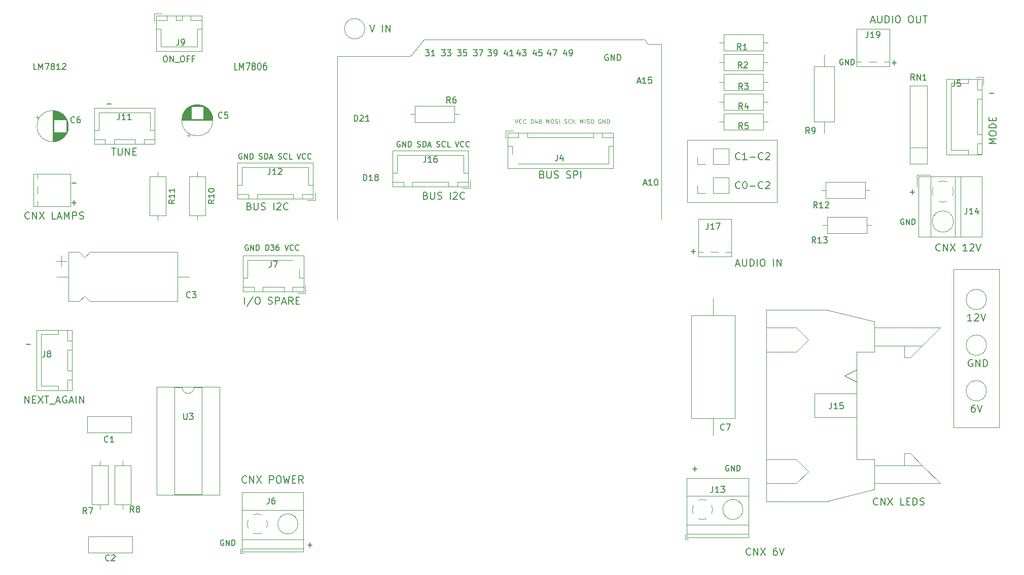
<source format=gto>
G04 #@! TF.GenerationSoftware,KiCad,Pcbnew,(5.1.5)-3*
G04 #@! TF.CreationDate,2022-04-15T22:29:16+02:00*
G04 #@! TF.ProjectId,Extension Board,45787465-6e73-4696-9f6e-20426f617264,1*
G04 #@! TF.SameCoordinates,Original*
G04 #@! TF.FileFunction,Legend,Top*
G04 #@! TF.FilePolarity,Positive*
%FSLAX46Y46*%
G04 Gerber Fmt 4.6, Leading zero omitted, Abs format (unit mm)*
G04 Created by KiCad (PCBNEW (5.1.5)-3) date 2022-04-15 22:29:16*
%MOMM*%
%LPD*%
G04 APERTURE LIST*
%ADD10C,0.150000*%
%ADD11C,0.100000*%
%ADD12C,0.120000*%
%ADD13C,2.802000*%
%ADD14O,1.702000X1.702000*%
%ADD15C,1.702000*%
%ADD16O,1.802000X1.802000*%
%ADD17R,1.802000X1.802000*%
%ADD18C,2.702000*%
%ADD19R,2.702000X2.702000*%
%ADD20C,2.902000*%
%ADD21C,1.902000*%
%ADD22R,1.902000X1.902000*%
%ADD23C,1.202000*%
%ADD24C,2.102000*%
%ADD25R,2.902000X2.902000*%
%ADD26O,1.802000X2.102000*%
%ADD27O,1.802000X2.052000*%
%ADD28O,2.052000X1.802000*%
%ADD29C,1.302000*%
%ADD30O,2.007000X2.102000*%
%ADD31R,2.007000X2.102000*%
%ADD32O,2.502000X1.702000*%
%ADD33R,2.502000X1.702000*%
%ADD34R,1.702000X1.702000*%
%ADD35O,2.502000X2.502000*%
%ADD36R,2.502000X2.502000*%
G04 APERTURE END LIST*
D10*
X197777142Y-51880285D02*
X198462857Y-51880285D01*
X36995142Y-93790285D02*
X37680857Y-93790285D01*
X50457142Y-53658285D02*
X51142857Y-53658285D01*
X44615142Y-66866285D02*
X45300857Y-66866285D01*
X44615142Y-70168285D02*
X45300857Y-70168285D01*
X44958000Y-70511142D02*
X44958000Y-69825428D01*
X83985142Y-127318285D02*
X84670857Y-127318285D01*
X84328000Y-127661142D02*
X84328000Y-126975428D01*
X69926285Y-126550000D02*
X69840571Y-126507142D01*
X69712000Y-126507142D01*
X69583428Y-126550000D01*
X69497714Y-126635714D01*
X69454857Y-126721428D01*
X69412000Y-126892857D01*
X69412000Y-127021428D01*
X69454857Y-127192857D01*
X69497714Y-127278571D01*
X69583428Y-127364285D01*
X69712000Y-127407142D01*
X69797714Y-127407142D01*
X69926285Y-127364285D01*
X69969142Y-127321428D01*
X69969142Y-127021428D01*
X69797714Y-127021428D01*
X70354857Y-127407142D02*
X70354857Y-126507142D01*
X70869142Y-127407142D01*
X70869142Y-126507142D01*
X71297714Y-127407142D02*
X71297714Y-126507142D01*
X71512000Y-126507142D01*
X71640571Y-126550000D01*
X71726285Y-126635714D01*
X71769142Y-126721428D01*
X71812000Y-126892857D01*
X71812000Y-127021428D01*
X71769142Y-127192857D01*
X71726285Y-127278571D01*
X71640571Y-127364285D01*
X71512000Y-127407142D01*
X71297714Y-127407142D01*
X154254285Y-114104000D02*
X154168571Y-114061142D01*
X154040000Y-114061142D01*
X153911428Y-114104000D01*
X153825714Y-114189714D01*
X153782857Y-114275428D01*
X153740000Y-114446857D01*
X153740000Y-114575428D01*
X153782857Y-114746857D01*
X153825714Y-114832571D01*
X153911428Y-114918285D01*
X154040000Y-114961142D01*
X154125714Y-114961142D01*
X154254285Y-114918285D01*
X154297142Y-114875428D01*
X154297142Y-114575428D01*
X154125714Y-114575428D01*
X154682857Y-114961142D02*
X154682857Y-114061142D01*
X155197142Y-114961142D01*
X155197142Y-114061142D01*
X155625714Y-114961142D02*
X155625714Y-114061142D01*
X155840000Y-114061142D01*
X155968571Y-114104000D01*
X156054285Y-114189714D01*
X156097142Y-114275428D01*
X156140000Y-114446857D01*
X156140000Y-114575428D01*
X156097142Y-114746857D01*
X156054285Y-114832571D01*
X155968571Y-114918285D01*
X155840000Y-114961142D01*
X155625714Y-114961142D01*
X148247142Y-114618285D02*
X148932857Y-114618285D01*
X148590000Y-114961142D02*
X148590000Y-114275428D01*
X184569142Y-68390285D02*
X185254857Y-68390285D01*
X184912000Y-68733142D02*
X184912000Y-68047428D01*
X183464285Y-72956000D02*
X183378571Y-72913142D01*
X183250000Y-72913142D01*
X183121428Y-72956000D01*
X183035714Y-73041714D01*
X182992857Y-73127428D01*
X182950000Y-73298857D01*
X182950000Y-73427428D01*
X182992857Y-73598857D01*
X183035714Y-73684571D01*
X183121428Y-73770285D01*
X183250000Y-73813142D01*
X183335714Y-73813142D01*
X183464285Y-73770285D01*
X183507142Y-73727428D01*
X183507142Y-73427428D01*
X183335714Y-73427428D01*
X183892857Y-73813142D02*
X183892857Y-72913142D01*
X184407142Y-73813142D01*
X184407142Y-72913142D01*
X184835714Y-73813142D02*
X184835714Y-72913142D01*
X185050000Y-72913142D01*
X185178571Y-72956000D01*
X185264285Y-73041714D01*
X185307142Y-73127428D01*
X185350000Y-73298857D01*
X185350000Y-73427428D01*
X185307142Y-73598857D01*
X185264285Y-73684571D01*
X185178571Y-73770285D01*
X185050000Y-73813142D01*
X184835714Y-73813142D01*
X147993142Y-78296285D02*
X148678857Y-78296285D01*
X148336000Y-78639142D02*
X148336000Y-77953428D01*
X181521142Y-46800285D02*
X182206857Y-46800285D01*
X181864000Y-47143142D02*
X181864000Y-46457428D01*
X173304285Y-46286000D02*
X173218571Y-46243142D01*
X173090000Y-46243142D01*
X172961428Y-46286000D01*
X172875714Y-46371714D01*
X172832857Y-46457428D01*
X172790000Y-46628857D01*
X172790000Y-46757428D01*
X172832857Y-46928857D01*
X172875714Y-47014571D01*
X172961428Y-47100285D01*
X173090000Y-47143142D01*
X173175714Y-47143142D01*
X173304285Y-47100285D01*
X173347142Y-47057428D01*
X173347142Y-46757428D01*
X173175714Y-46757428D01*
X173732857Y-47143142D02*
X173732857Y-46243142D01*
X174247142Y-47143142D01*
X174247142Y-46243142D01*
X174675714Y-47143142D02*
X174675714Y-46243142D01*
X174890000Y-46243142D01*
X175018571Y-46286000D01*
X175104285Y-46371714D01*
X175147142Y-46457428D01*
X175190000Y-46628857D01*
X175190000Y-46757428D01*
X175147142Y-46928857D01*
X175104285Y-47014571D01*
X175018571Y-47100285D01*
X174890000Y-47143142D01*
X174675714Y-47143142D01*
D11*
X118575333Y-56258666D02*
X118808666Y-56958666D01*
X119042000Y-56258666D01*
X119675333Y-56892000D02*
X119642000Y-56925333D01*
X119542000Y-56958666D01*
X119475333Y-56958666D01*
X119375333Y-56925333D01*
X119308666Y-56858666D01*
X119275333Y-56792000D01*
X119242000Y-56658666D01*
X119242000Y-56558666D01*
X119275333Y-56425333D01*
X119308666Y-56358666D01*
X119375333Y-56292000D01*
X119475333Y-56258666D01*
X119542000Y-56258666D01*
X119642000Y-56292000D01*
X119675333Y-56325333D01*
X120375333Y-56892000D02*
X120342000Y-56925333D01*
X120242000Y-56958666D01*
X120175333Y-56958666D01*
X120075333Y-56925333D01*
X120008666Y-56858666D01*
X119975333Y-56792000D01*
X119942000Y-56658666D01*
X119942000Y-56558666D01*
X119975333Y-56425333D01*
X120008666Y-56358666D01*
X120075333Y-56292000D01*
X120175333Y-56258666D01*
X120242000Y-56258666D01*
X120342000Y-56292000D01*
X120375333Y-56325333D01*
X121208666Y-56958666D02*
X121208666Y-56258666D01*
X121375333Y-56258666D01*
X121475333Y-56292000D01*
X121542000Y-56358666D01*
X121575333Y-56425333D01*
X121608666Y-56558666D01*
X121608666Y-56658666D01*
X121575333Y-56792000D01*
X121542000Y-56858666D01*
X121475333Y-56925333D01*
X121375333Y-56958666D01*
X121208666Y-56958666D01*
X122208666Y-56492000D02*
X122208666Y-56958666D01*
X122042000Y-56225333D02*
X121875333Y-56725333D01*
X122308666Y-56725333D01*
X122675333Y-56558666D02*
X122608666Y-56525333D01*
X122575333Y-56492000D01*
X122542000Y-56425333D01*
X122542000Y-56392000D01*
X122575333Y-56325333D01*
X122608666Y-56292000D01*
X122675333Y-56258666D01*
X122808666Y-56258666D01*
X122875333Y-56292000D01*
X122908666Y-56325333D01*
X122942000Y-56392000D01*
X122942000Y-56425333D01*
X122908666Y-56492000D01*
X122875333Y-56525333D01*
X122808666Y-56558666D01*
X122675333Y-56558666D01*
X122608666Y-56592000D01*
X122575333Y-56625333D01*
X122542000Y-56692000D01*
X122542000Y-56825333D01*
X122575333Y-56892000D01*
X122608666Y-56925333D01*
X122675333Y-56958666D01*
X122808666Y-56958666D01*
X122875333Y-56925333D01*
X122908666Y-56892000D01*
X122942000Y-56825333D01*
X122942000Y-56692000D01*
X122908666Y-56625333D01*
X122875333Y-56592000D01*
X122808666Y-56558666D01*
X123775333Y-56958666D02*
X123775333Y-56258666D01*
X124008666Y-56758666D01*
X124242000Y-56258666D01*
X124242000Y-56958666D01*
X124708666Y-56258666D02*
X124842000Y-56258666D01*
X124908666Y-56292000D01*
X124975333Y-56358666D01*
X125008666Y-56492000D01*
X125008666Y-56725333D01*
X124975333Y-56858666D01*
X124908666Y-56925333D01*
X124842000Y-56958666D01*
X124708666Y-56958666D01*
X124642000Y-56925333D01*
X124575333Y-56858666D01*
X124542000Y-56725333D01*
X124542000Y-56492000D01*
X124575333Y-56358666D01*
X124642000Y-56292000D01*
X124708666Y-56258666D01*
X125275333Y-56925333D02*
X125375333Y-56958666D01*
X125542000Y-56958666D01*
X125608666Y-56925333D01*
X125642000Y-56892000D01*
X125675333Y-56825333D01*
X125675333Y-56758666D01*
X125642000Y-56692000D01*
X125608666Y-56658666D01*
X125542000Y-56625333D01*
X125408666Y-56592000D01*
X125342000Y-56558666D01*
X125308666Y-56525333D01*
X125275333Y-56458666D01*
X125275333Y-56392000D01*
X125308666Y-56325333D01*
X125342000Y-56292000D01*
X125408666Y-56258666D01*
X125575333Y-56258666D01*
X125675333Y-56292000D01*
X125975333Y-56958666D02*
X125975333Y-56258666D01*
X126808666Y-56925333D02*
X126908666Y-56958666D01*
X127075333Y-56958666D01*
X127142000Y-56925333D01*
X127175333Y-56892000D01*
X127208666Y-56825333D01*
X127208666Y-56758666D01*
X127175333Y-56692000D01*
X127142000Y-56658666D01*
X127075333Y-56625333D01*
X126942000Y-56592000D01*
X126875333Y-56558666D01*
X126842000Y-56525333D01*
X126808666Y-56458666D01*
X126808666Y-56392000D01*
X126842000Y-56325333D01*
X126875333Y-56292000D01*
X126942000Y-56258666D01*
X127108666Y-56258666D01*
X127208666Y-56292000D01*
X127908666Y-56892000D02*
X127875333Y-56925333D01*
X127775333Y-56958666D01*
X127708666Y-56958666D01*
X127608666Y-56925333D01*
X127542000Y-56858666D01*
X127508666Y-56792000D01*
X127475333Y-56658666D01*
X127475333Y-56558666D01*
X127508666Y-56425333D01*
X127542000Y-56358666D01*
X127608666Y-56292000D01*
X127708666Y-56258666D01*
X127775333Y-56258666D01*
X127875333Y-56292000D01*
X127908666Y-56325333D01*
X128208666Y-56958666D02*
X128208666Y-56258666D01*
X128608666Y-56958666D02*
X128308666Y-56558666D01*
X128608666Y-56258666D02*
X128208666Y-56658666D01*
X129442000Y-56958666D02*
X129442000Y-56258666D01*
X129675333Y-56758666D01*
X129908666Y-56258666D01*
X129908666Y-56958666D01*
X130242000Y-56958666D02*
X130242000Y-56258666D01*
X130542000Y-56925333D02*
X130642000Y-56958666D01*
X130808666Y-56958666D01*
X130875333Y-56925333D01*
X130908666Y-56892000D01*
X130942000Y-56825333D01*
X130942000Y-56758666D01*
X130908666Y-56692000D01*
X130875333Y-56658666D01*
X130808666Y-56625333D01*
X130675333Y-56592000D01*
X130608666Y-56558666D01*
X130575333Y-56525333D01*
X130542000Y-56458666D01*
X130542000Y-56392000D01*
X130575333Y-56325333D01*
X130608666Y-56292000D01*
X130675333Y-56258666D01*
X130842000Y-56258666D01*
X130942000Y-56292000D01*
X131375333Y-56258666D02*
X131508666Y-56258666D01*
X131575333Y-56292000D01*
X131642000Y-56358666D01*
X131675333Y-56492000D01*
X131675333Y-56725333D01*
X131642000Y-56858666D01*
X131575333Y-56925333D01*
X131508666Y-56958666D01*
X131375333Y-56958666D01*
X131308666Y-56925333D01*
X131242000Y-56858666D01*
X131208666Y-56725333D01*
X131208666Y-56492000D01*
X131242000Y-56358666D01*
X131308666Y-56292000D01*
X131375333Y-56258666D01*
X132875333Y-56292000D02*
X132808666Y-56258666D01*
X132708666Y-56258666D01*
X132608666Y-56292000D01*
X132542000Y-56358666D01*
X132508666Y-56425333D01*
X132475333Y-56558666D01*
X132475333Y-56658666D01*
X132508666Y-56792000D01*
X132542000Y-56858666D01*
X132608666Y-56925333D01*
X132708666Y-56958666D01*
X132775333Y-56958666D01*
X132875333Y-56925333D01*
X132908666Y-56892000D01*
X132908666Y-56658666D01*
X132775333Y-56658666D01*
X133208666Y-56958666D02*
X133208666Y-56258666D01*
X133608666Y-56958666D01*
X133608666Y-56258666D01*
X133942000Y-56958666D02*
X133942000Y-56258666D01*
X134108666Y-56258666D01*
X134208666Y-56292000D01*
X134275333Y-56358666D01*
X134308666Y-56425333D01*
X134342000Y-56558666D01*
X134342000Y-56658666D01*
X134308666Y-56792000D01*
X134275333Y-56858666D01*
X134208666Y-56925333D01*
X134108666Y-56958666D01*
X133942000Y-56958666D01*
D10*
X99394857Y-60002000D02*
X99309142Y-59959142D01*
X99180571Y-59959142D01*
X99052000Y-60002000D01*
X98966285Y-60087714D01*
X98923428Y-60173428D01*
X98880571Y-60344857D01*
X98880571Y-60473428D01*
X98923428Y-60644857D01*
X98966285Y-60730571D01*
X99052000Y-60816285D01*
X99180571Y-60859142D01*
X99266285Y-60859142D01*
X99394857Y-60816285D01*
X99437714Y-60773428D01*
X99437714Y-60473428D01*
X99266285Y-60473428D01*
X99823428Y-60859142D02*
X99823428Y-59959142D01*
X100337714Y-60859142D01*
X100337714Y-59959142D01*
X100766285Y-60859142D02*
X100766285Y-59959142D01*
X100980571Y-59959142D01*
X101109142Y-60002000D01*
X101194857Y-60087714D01*
X101237714Y-60173428D01*
X101280571Y-60344857D01*
X101280571Y-60473428D01*
X101237714Y-60644857D01*
X101194857Y-60730571D01*
X101109142Y-60816285D01*
X100980571Y-60859142D01*
X100766285Y-60859142D01*
X102309142Y-60816285D02*
X102437714Y-60859142D01*
X102652000Y-60859142D01*
X102737714Y-60816285D01*
X102780571Y-60773428D01*
X102823428Y-60687714D01*
X102823428Y-60602000D01*
X102780571Y-60516285D01*
X102737714Y-60473428D01*
X102652000Y-60430571D01*
X102480571Y-60387714D01*
X102394857Y-60344857D01*
X102352000Y-60302000D01*
X102309142Y-60216285D01*
X102309142Y-60130571D01*
X102352000Y-60044857D01*
X102394857Y-60002000D01*
X102480571Y-59959142D01*
X102694857Y-59959142D01*
X102823428Y-60002000D01*
X103209142Y-60859142D02*
X103209142Y-59959142D01*
X103423428Y-59959142D01*
X103552000Y-60002000D01*
X103637714Y-60087714D01*
X103680571Y-60173428D01*
X103723428Y-60344857D01*
X103723428Y-60473428D01*
X103680571Y-60644857D01*
X103637714Y-60730571D01*
X103552000Y-60816285D01*
X103423428Y-60859142D01*
X103209142Y-60859142D01*
X104066285Y-60602000D02*
X104494857Y-60602000D01*
X103980571Y-60859142D02*
X104280571Y-59959142D01*
X104580571Y-60859142D01*
X105523428Y-60816285D02*
X105652000Y-60859142D01*
X105866285Y-60859142D01*
X105952000Y-60816285D01*
X105994857Y-60773428D01*
X106037714Y-60687714D01*
X106037714Y-60602000D01*
X105994857Y-60516285D01*
X105952000Y-60473428D01*
X105866285Y-60430571D01*
X105694857Y-60387714D01*
X105609142Y-60344857D01*
X105566285Y-60302000D01*
X105523428Y-60216285D01*
X105523428Y-60130571D01*
X105566285Y-60044857D01*
X105609142Y-60002000D01*
X105694857Y-59959142D01*
X105909142Y-59959142D01*
X106037714Y-60002000D01*
X106937714Y-60773428D02*
X106894857Y-60816285D01*
X106766285Y-60859142D01*
X106680571Y-60859142D01*
X106552000Y-60816285D01*
X106466285Y-60730571D01*
X106423428Y-60644857D01*
X106380571Y-60473428D01*
X106380571Y-60344857D01*
X106423428Y-60173428D01*
X106466285Y-60087714D01*
X106552000Y-60002000D01*
X106680571Y-59959142D01*
X106766285Y-59959142D01*
X106894857Y-60002000D01*
X106937714Y-60044857D01*
X107752000Y-60859142D02*
X107323428Y-60859142D01*
X107323428Y-59959142D01*
X108609142Y-59959142D02*
X108909142Y-60859142D01*
X109209142Y-59959142D01*
X110023428Y-60773428D02*
X109980571Y-60816285D01*
X109852000Y-60859142D01*
X109766285Y-60859142D01*
X109637714Y-60816285D01*
X109552000Y-60730571D01*
X109509142Y-60644857D01*
X109466285Y-60473428D01*
X109466285Y-60344857D01*
X109509142Y-60173428D01*
X109552000Y-60087714D01*
X109637714Y-60002000D01*
X109766285Y-59959142D01*
X109852000Y-59959142D01*
X109980571Y-60002000D01*
X110023428Y-60044857D01*
X110923428Y-60773428D02*
X110880571Y-60816285D01*
X110752000Y-60859142D01*
X110666285Y-60859142D01*
X110537714Y-60816285D01*
X110452000Y-60730571D01*
X110409142Y-60644857D01*
X110366285Y-60473428D01*
X110366285Y-60344857D01*
X110409142Y-60173428D01*
X110452000Y-60087714D01*
X110537714Y-60002000D01*
X110666285Y-59959142D01*
X110752000Y-59959142D01*
X110880571Y-60002000D01*
X110923428Y-60044857D01*
X72978857Y-62034000D02*
X72893142Y-61991142D01*
X72764571Y-61991142D01*
X72636000Y-62034000D01*
X72550285Y-62119714D01*
X72507428Y-62205428D01*
X72464571Y-62376857D01*
X72464571Y-62505428D01*
X72507428Y-62676857D01*
X72550285Y-62762571D01*
X72636000Y-62848285D01*
X72764571Y-62891142D01*
X72850285Y-62891142D01*
X72978857Y-62848285D01*
X73021714Y-62805428D01*
X73021714Y-62505428D01*
X72850285Y-62505428D01*
X73407428Y-62891142D02*
X73407428Y-61991142D01*
X73921714Y-62891142D01*
X73921714Y-61991142D01*
X74350285Y-62891142D02*
X74350285Y-61991142D01*
X74564571Y-61991142D01*
X74693142Y-62034000D01*
X74778857Y-62119714D01*
X74821714Y-62205428D01*
X74864571Y-62376857D01*
X74864571Y-62505428D01*
X74821714Y-62676857D01*
X74778857Y-62762571D01*
X74693142Y-62848285D01*
X74564571Y-62891142D01*
X74350285Y-62891142D01*
X75893142Y-62848285D02*
X76021714Y-62891142D01*
X76236000Y-62891142D01*
X76321714Y-62848285D01*
X76364571Y-62805428D01*
X76407428Y-62719714D01*
X76407428Y-62634000D01*
X76364571Y-62548285D01*
X76321714Y-62505428D01*
X76236000Y-62462571D01*
X76064571Y-62419714D01*
X75978857Y-62376857D01*
X75936000Y-62334000D01*
X75893142Y-62248285D01*
X75893142Y-62162571D01*
X75936000Y-62076857D01*
X75978857Y-62034000D01*
X76064571Y-61991142D01*
X76278857Y-61991142D01*
X76407428Y-62034000D01*
X76793142Y-62891142D02*
X76793142Y-61991142D01*
X77007428Y-61991142D01*
X77136000Y-62034000D01*
X77221714Y-62119714D01*
X77264571Y-62205428D01*
X77307428Y-62376857D01*
X77307428Y-62505428D01*
X77264571Y-62676857D01*
X77221714Y-62762571D01*
X77136000Y-62848285D01*
X77007428Y-62891142D01*
X76793142Y-62891142D01*
X77650285Y-62634000D02*
X78078857Y-62634000D01*
X77564571Y-62891142D02*
X77864571Y-61991142D01*
X78164571Y-62891142D01*
X79107428Y-62848285D02*
X79236000Y-62891142D01*
X79450285Y-62891142D01*
X79536000Y-62848285D01*
X79578857Y-62805428D01*
X79621714Y-62719714D01*
X79621714Y-62634000D01*
X79578857Y-62548285D01*
X79536000Y-62505428D01*
X79450285Y-62462571D01*
X79278857Y-62419714D01*
X79193142Y-62376857D01*
X79150285Y-62334000D01*
X79107428Y-62248285D01*
X79107428Y-62162571D01*
X79150285Y-62076857D01*
X79193142Y-62034000D01*
X79278857Y-61991142D01*
X79493142Y-61991142D01*
X79621714Y-62034000D01*
X80521714Y-62805428D02*
X80478857Y-62848285D01*
X80350285Y-62891142D01*
X80264571Y-62891142D01*
X80136000Y-62848285D01*
X80050285Y-62762571D01*
X80007428Y-62676857D01*
X79964571Y-62505428D01*
X79964571Y-62376857D01*
X80007428Y-62205428D01*
X80050285Y-62119714D01*
X80136000Y-62034000D01*
X80264571Y-61991142D01*
X80350285Y-61991142D01*
X80478857Y-62034000D01*
X80521714Y-62076857D01*
X81336000Y-62891142D02*
X80907428Y-62891142D01*
X80907428Y-61991142D01*
X82193142Y-61991142D02*
X82493142Y-62891142D01*
X82793142Y-61991142D01*
X83607428Y-62805428D02*
X83564571Y-62848285D01*
X83436000Y-62891142D01*
X83350285Y-62891142D01*
X83221714Y-62848285D01*
X83136000Y-62762571D01*
X83093142Y-62676857D01*
X83050285Y-62505428D01*
X83050285Y-62376857D01*
X83093142Y-62205428D01*
X83136000Y-62119714D01*
X83221714Y-62034000D01*
X83350285Y-61991142D01*
X83436000Y-61991142D01*
X83564571Y-62034000D01*
X83607428Y-62076857D01*
X84507428Y-62805428D02*
X84464571Y-62848285D01*
X84336000Y-62891142D01*
X84250285Y-62891142D01*
X84121714Y-62848285D01*
X84036000Y-62762571D01*
X83993142Y-62676857D01*
X83950285Y-62505428D01*
X83950285Y-62376857D01*
X83993142Y-62205428D01*
X84036000Y-62119714D01*
X84121714Y-62034000D01*
X84250285Y-61991142D01*
X84336000Y-61991142D01*
X84464571Y-62034000D01*
X84507428Y-62076857D01*
X74013714Y-77274000D02*
X73928000Y-77231142D01*
X73799428Y-77231142D01*
X73670857Y-77274000D01*
X73585142Y-77359714D01*
X73542285Y-77445428D01*
X73499428Y-77616857D01*
X73499428Y-77745428D01*
X73542285Y-77916857D01*
X73585142Y-78002571D01*
X73670857Y-78088285D01*
X73799428Y-78131142D01*
X73885142Y-78131142D01*
X74013714Y-78088285D01*
X74056571Y-78045428D01*
X74056571Y-77745428D01*
X73885142Y-77745428D01*
X74442285Y-78131142D02*
X74442285Y-77231142D01*
X74956571Y-78131142D01*
X74956571Y-77231142D01*
X75385142Y-78131142D02*
X75385142Y-77231142D01*
X75599428Y-77231142D01*
X75728000Y-77274000D01*
X75813714Y-77359714D01*
X75856571Y-77445428D01*
X75899428Y-77616857D01*
X75899428Y-77745428D01*
X75856571Y-77916857D01*
X75813714Y-78002571D01*
X75728000Y-78088285D01*
X75599428Y-78131142D01*
X75385142Y-78131142D01*
X76970857Y-78131142D02*
X76970857Y-77231142D01*
X77185142Y-77231142D01*
X77313714Y-77274000D01*
X77399428Y-77359714D01*
X77442285Y-77445428D01*
X77485142Y-77616857D01*
X77485142Y-77745428D01*
X77442285Y-77916857D01*
X77399428Y-78002571D01*
X77313714Y-78088285D01*
X77185142Y-78131142D01*
X76970857Y-78131142D01*
X77785142Y-77231142D02*
X78342285Y-77231142D01*
X78042285Y-77574000D01*
X78170857Y-77574000D01*
X78256571Y-77616857D01*
X78299428Y-77659714D01*
X78342285Y-77745428D01*
X78342285Y-77959714D01*
X78299428Y-78045428D01*
X78256571Y-78088285D01*
X78170857Y-78131142D01*
X77913714Y-78131142D01*
X77828000Y-78088285D01*
X77785142Y-78045428D01*
X79113714Y-77231142D02*
X78942285Y-77231142D01*
X78856571Y-77274000D01*
X78813714Y-77316857D01*
X78728000Y-77445428D01*
X78685142Y-77616857D01*
X78685142Y-77959714D01*
X78728000Y-78045428D01*
X78770857Y-78088285D01*
X78856571Y-78131142D01*
X79028000Y-78131142D01*
X79113714Y-78088285D01*
X79156571Y-78045428D01*
X79199428Y-77959714D01*
X79199428Y-77745428D01*
X79156571Y-77659714D01*
X79113714Y-77616857D01*
X79028000Y-77574000D01*
X78856571Y-77574000D01*
X78770857Y-77616857D01*
X78728000Y-77659714D01*
X78685142Y-77745428D01*
X80142285Y-77231142D02*
X80442285Y-78131142D01*
X80742285Y-77231142D01*
X81556571Y-78045428D02*
X81513714Y-78088285D01*
X81385142Y-78131142D01*
X81299428Y-78131142D01*
X81170857Y-78088285D01*
X81085142Y-78002571D01*
X81042285Y-77916857D01*
X80999428Y-77745428D01*
X80999428Y-77616857D01*
X81042285Y-77445428D01*
X81085142Y-77359714D01*
X81170857Y-77274000D01*
X81299428Y-77231142D01*
X81385142Y-77231142D01*
X81513714Y-77274000D01*
X81556571Y-77316857D01*
X82456571Y-78045428D02*
X82413714Y-78088285D01*
X82285142Y-78131142D01*
X82199428Y-78131142D01*
X82070857Y-78088285D01*
X81985142Y-78002571D01*
X81942285Y-77916857D01*
X81899428Y-77745428D01*
X81899428Y-77616857D01*
X81942285Y-77445428D01*
X81985142Y-77359714D01*
X82070857Y-77274000D01*
X82199428Y-77231142D01*
X82285142Y-77231142D01*
X82413714Y-77274000D01*
X82456571Y-77316857D01*
X139017523Y-49950666D02*
X139493714Y-49950666D01*
X138922285Y-50236380D02*
X139255619Y-49236380D01*
X139588952Y-50236380D01*
X140446095Y-50236380D02*
X139874666Y-50236380D01*
X140160380Y-50236380D02*
X140160380Y-49236380D01*
X140065142Y-49379238D01*
X139969904Y-49474476D01*
X139874666Y-49522095D01*
X141350857Y-49236380D02*
X140874666Y-49236380D01*
X140827047Y-49712571D01*
X140874666Y-49664952D01*
X140969904Y-49617333D01*
X141208000Y-49617333D01*
X141303238Y-49664952D01*
X141350857Y-49712571D01*
X141398476Y-49807809D01*
X141398476Y-50045904D01*
X141350857Y-50141142D01*
X141303238Y-50188761D01*
X141208000Y-50236380D01*
X140969904Y-50236380D01*
X140874666Y-50188761D01*
X140827047Y-50141142D01*
X91749714Y-56586380D02*
X91749714Y-55586380D01*
X91987809Y-55586380D01*
X92130666Y-55634000D01*
X92225904Y-55729238D01*
X92273523Y-55824476D01*
X92321142Y-56014952D01*
X92321142Y-56157809D01*
X92273523Y-56348285D01*
X92225904Y-56443523D01*
X92130666Y-56538761D01*
X91987809Y-56586380D01*
X91749714Y-56586380D01*
X92702095Y-55681619D02*
X92749714Y-55634000D01*
X92844952Y-55586380D01*
X93083047Y-55586380D01*
X93178285Y-55634000D01*
X93225904Y-55681619D01*
X93273523Y-55776857D01*
X93273523Y-55872095D01*
X93225904Y-56014952D01*
X92654476Y-56586380D01*
X93273523Y-56586380D01*
X94225904Y-56586380D02*
X93654476Y-56586380D01*
X93940190Y-56586380D02*
X93940190Y-55586380D01*
X93844952Y-55729238D01*
X93749714Y-55824476D01*
X93654476Y-55872095D01*
X124462166Y-44997714D02*
X124462166Y-45664380D01*
X124224071Y-44616761D02*
X123985976Y-45331047D01*
X124605023Y-45331047D01*
X124890738Y-44664380D02*
X125557404Y-44664380D01*
X125128833Y-45664380D01*
X127128833Y-44997714D02*
X127128833Y-45664380D01*
X126890738Y-44616761D02*
X126652642Y-45331047D01*
X127271690Y-45331047D01*
X127700261Y-45664380D02*
X127890738Y-45664380D01*
X127985976Y-45616761D01*
X128033595Y-45569142D01*
X128128833Y-45426285D01*
X128176452Y-45235809D01*
X128176452Y-44854857D01*
X128128833Y-44759619D01*
X128081214Y-44712000D01*
X127985976Y-44664380D01*
X127795500Y-44664380D01*
X127700261Y-44712000D01*
X127652642Y-44759619D01*
X127605023Y-44854857D01*
X127605023Y-45092952D01*
X127652642Y-45188190D01*
X127700261Y-45235809D01*
X127795500Y-45283428D01*
X127985976Y-45283428D01*
X128081214Y-45235809D01*
X128128833Y-45188190D01*
X128176452Y-45092952D01*
X119382166Y-44997714D02*
X119382166Y-45664380D01*
X119144071Y-44616761D02*
X118905976Y-45331047D01*
X119525023Y-45331047D01*
X119810738Y-44664380D02*
X120429785Y-44664380D01*
X120096452Y-45045333D01*
X120239309Y-45045333D01*
X120334547Y-45092952D01*
X120382166Y-45140571D01*
X120429785Y-45235809D01*
X120429785Y-45473904D01*
X120382166Y-45569142D01*
X120334547Y-45616761D01*
X120239309Y-45664380D01*
X119953595Y-45664380D01*
X119858357Y-45616761D01*
X119810738Y-45569142D01*
X122048833Y-44997714D02*
X122048833Y-45664380D01*
X121810738Y-44616761D02*
X121572642Y-45331047D01*
X122191690Y-45331047D01*
X123048833Y-44664380D02*
X122572642Y-44664380D01*
X122525023Y-45140571D01*
X122572642Y-45092952D01*
X122667880Y-45045333D01*
X122905976Y-45045333D01*
X123001214Y-45092952D01*
X123048833Y-45140571D01*
X123096452Y-45235809D01*
X123096452Y-45473904D01*
X123048833Y-45569142D01*
X123001214Y-45616761D01*
X122905976Y-45664380D01*
X122667880Y-45664380D01*
X122572642Y-45616761D01*
X122525023Y-45569142D01*
X114032357Y-44664380D02*
X114651404Y-44664380D01*
X114318071Y-45045333D01*
X114460928Y-45045333D01*
X114556166Y-45092952D01*
X114603785Y-45140571D01*
X114651404Y-45235809D01*
X114651404Y-45473904D01*
X114603785Y-45569142D01*
X114556166Y-45616761D01*
X114460928Y-45664380D01*
X114175214Y-45664380D01*
X114079976Y-45616761D01*
X114032357Y-45569142D01*
X115127595Y-45664380D02*
X115318071Y-45664380D01*
X115413309Y-45616761D01*
X115460928Y-45569142D01*
X115556166Y-45426285D01*
X115603785Y-45235809D01*
X115603785Y-44854857D01*
X115556166Y-44759619D01*
X115508547Y-44712000D01*
X115413309Y-44664380D01*
X115222833Y-44664380D01*
X115127595Y-44712000D01*
X115079976Y-44759619D01*
X115032357Y-44854857D01*
X115032357Y-45092952D01*
X115079976Y-45188190D01*
X115127595Y-45235809D01*
X115222833Y-45283428D01*
X115413309Y-45283428D01*
X115508547Y-45235809D01*
X115556166Y-45188190D01*
X115603785Y-45092952D01*
X117222833Y-44997714D02*
X117222833Y-45664380D01*
X116984738Y-44616761D02*
X116746642Y-45331047D01*
X117365690Y-45331047D01*
X118270452Y-45664380D02*
X117699023Y-45664380D01*
X117984738Y-45664380D02*
X117984738Y-44664380D01*
X117889500Y-44807238D01*
X117794261Y-44902476D01*
X117699023Y-44950095D01*
X134112095Y-45474000D02*
X134016857Y-45426380D01*
X133874000Y-45426380D01*
X133731142Y-45474000D01*
X133635904Y-45569238D01*
X133588285Y-45664476D01*
X133540666Y-45854952D01*
X133540666Y-45997809D01*
X133588285Y-46188285D01*
X133635904Y-46283523D01*
X133731142Y-46378761D01*
X133874000Y-46426380D01*
X133969238Y-46426380D01*
X134112095Y-46378761D01*
X134159714Y-46331142D01*
X134159714Y-45997809D01*
X133969238Y-45997809D01*
X134588285Y-46426380D02*
X134588285Y-45426380D01*
X135159714Y-46426380D01*
X135159714Y-45426380D01*
X135635904Y-46426380D02*
X135635904Y-45426380D01*
X135874000Y-45426380D01*
X136016857Y-45474000D01*
X136112095Y-45569238D01*
X136159714Y-45664476D01*
X136207333Y-45854952D01*
X136207333Y-45997809D01*
X136159714Y-46188285D01*
X136112095Y-46283523D01*
X136016857Y-46378761D01*
X135874000Y-46426380D01*
X135635904Y-46426380D01*
X103618357Y-44664380D02*
X104237404Y-44664380D01*
X103904071Y-45045333D01*
X104046928Y-45045333D01*
X104142166Y-45092952D01*
X104189785Y-45140571D01*
X104237404Y-45235809D01*
X104237404Y-45473904D01*
X104189785Y-45569142D01*
X104142166Y-45616761D01*
X104046928Y-45664380D01*
X103761214Y-45664380D01*
X103665976Y-45616761D01*
X103618357Y-45569142D01*
X105189785Y-45664380D02*
X104618357Y-45664380D01*
X104904071Y-45664380D02*
X104904071Y-44664380D01*
X104808833Y-44807238D01*
X104713595Y-44902476D01*
X104618357Y-44950095D01*
X106285023Y-44664380D02*
X106904071Y-44664380D01*
X106570738Y-45045333D01*
X106713595Y-45045333D01*
X106808833Y-45092952D01*
X106856452Y-45140571D01*
X106904071Y-45235809D01*
X106904071Y-45473904D01*
X106856452Y-45569142D01*
X106808833Y-45616761D01*
X106713595Y-45664380D01*
X106427880Y-45664380D01*
X106332642Y-45616761D01*
X106285023Y-45569142D01*
X107237404Y-44664380D02*
X107856452Y-44664380D01*
X107523119Y-45045333D01*
X107665976Y-45045333D01*
X107761214Y-45092952D01*
X107808833Y-45140571D01*
X107856452Y-45235809D01*
X107856452Y-45473904D01*
X107808833Y-45569142D01*
X107761214Y-45616761D01*
X107665976Y-45664380D01*
X107380261Y-45664380D01*
X107285023Y-45616761D01*
X107237404Y-45569142D01*
X108951690Y-44664380D02*
X109570738Y-44664380D01*
X109237404Y-45045333D01*
X109380261Y-45045333D01*
X109475500Y-45092952D01*
X109523119Y-45140571D01*
X109570738Y-45235809D01*
X109570738Y-45473904D01*
X109523119Y-45569142D01*
X109475500Y-45616761D01*
X109380261Y-45664380D01*
X109094547Y-45664380D01*
X108999309Y-45616761D01*
X108951690Y-45569142D01*
X110475500Y-44664380D02*
X109999309Y-44664380D01*
X109951690Y-45140571D01*
X109999309Y-45092952D01*
X110094547Y-45045333D01*
X110332642Y-45045333D01*
X110427880Y-45092952D01*
X110475500Y-45140571D01*
X110523119Y-45235809D01*
X110523119Y-45473904D01*
X110475500Y-45569142D01*
X110427880Y-45616761D01*
X110332642Y-45664380D01*
X110094547Y-45664380D01*
X109999309Y-45616761D01*
X109951690Y-45569142D01*
X111618357Y-44664380D02*
X112237404Y-44664380D01*
X111904071Y-45045333D01*
X112046928Y-45045333D01*
X112142166Y-45092952D01*
X112189785Y-45140571D01*
X112237404Y-45235809D01*
X112237404Y-45473904D01*
X112189785Y-45569142D01*
X112142166Y-45616761D01*
X112046928Y-45664380D01*
X111761214Y-45664380D01*
X111665976Y-45616761D01*
X111618357Y-45569142D01*
X112570738Y-44664380D02*
X113237404Y-44664380D01*
X112808833Y-45664380D01*
D12*
X143002000Y-43688000D02*
X143002000Y-72948800D01*
X140716000Y-43688000D02*
X143002000Y-43688000D01*
X140208000Y-42926000D02*
X140716000Y-43688000D01*
X103378000Y-42926000D02*
X140208000Y-42926000D01*
X101092000Y-45720000D02*
X103378000Y-42926000D01*
X88900000Y-45720000D02*
X101092000Y-45720000D01*
X88900000Y-72948800D02*
X88900000Y-45720000D01*
X147320000Y-70104000D02*
X162306000Y-70104000D01*
X147320000Y-59690000D02*
X147320000Y-70104000D01*
X162306000Y-59690000D02*
X147320000Y-59690000D01*
X162306000Y-70104000D02*
X162306000Y-59690000D01*
X199390000Y-81280000D02*
X191770000Y-81280000D01*
X199390000Y-107696000D02*
X199390000Y-81280000D01*
X191770000Y-107696000D02*
X199390000Y-107696000D01*
X191770000Y-81280000D02*
X191770000Y-107696000D01*
D10*
X93273714Y-66492380D02*
X93273714Y-65492380D01*
X93511809Y-65492380D01*
X93654666Y-65540000D01*
X93749904Y-65635238D01*
X93797523Y-65730476D01*
X93845142Y-65920952D01*
X93845142Y-66063809D01*
X93797523Y-66254285D01*
X93749904Y-66349523D01*
X93654666Y-66444761D01*
X93511809Y-66492380D01*
X93273714Y-66492380D01*
X94797523Y-66492380D02*
X94226095Y-66492380D01*
X94511809Y-66492380D02*
X94511809Y-65492380D01*
X94416571Y-65635238D01*
X94321333Y-65730476D01*
X94226095Y-65778095D01*
X95368952Y-65920952D02*
X95273714Y-65873333D01*
X95226095Y-65825714D01*
X95178476Y-65730476D01*
X95178476Y-65682857D01*
X95226095Y-65587619D01*
X95273714Y-65540000D01*
X95368952Y-65492380D01*
X95559428Y-65492380D01*
X95654666Y-65540000D01*
X95702285Y-65587619D01*
X95749904Y-65682857D01*
X95749904Y-65730476D01*
X95702285Y-65825714D01*
X95654666Y-65873333D01*
X95559428Y-65920952D01*
X95368952Y-65920952D01*
X95273714Y-65968571D01*
X95226095Y-66016190D01*
X95178476Y-66111428D01*
X95178476Y-66301904D01*
X95226095Y-66397142D01*
X95273714Y-66444761D01*
X95368952Y-66492380D01*
X95559428Y-66492380D01*
X95654666Y-66444761D01*
X95702285Y-66397142D01*
X95749904Y-66301904D01*
X95749904Y-66111428D01*
X95702285Y-66016190D01*
X95654666Y-65968571D01*
X95559428Y-65920952D01*
X140033523Y-66968666D02*
X140509714Y-66968666D01*
X139938285Y-67254380D02*
X140271619Y-66254380D01*
X140604952Y-67254380D01*
X141462095Y-67254380D02*
X140890666Y-67254380D01*
X141176380Y-67254380D02*
X141176380Y-66254380D01*
X141081142Y-66397238D01*
X140985904Y-66492476D01*
X140890666Y-66540095D01*
X142081142Y-66254380D02*
X142176380Y-66254380D01*
X142271619Y-66302000D01*
X142319238Y-66349619D01*
X142366857Y-66444857D01*
X142414476Y-66635333D01*
X142414476Y-66873428D01*
X142366857Y-67063904D01*
X142319238Y-67159142D01*
X142271619Y-67206761D01*
X142176380Y-67254380D01*
X142081142Y-67254380D01*
X141985904Y-67206761D01*
X141938285Y-67159142D01*
X141890666Y-67063904D01*
X141843047Y-66873428D01*
X141843047Y-66635333D01*
X141890666Y-66444857D01*
X141938285Y-66349619D01*
X141985904Y-66302000D01*
X142081142Y-66254380D01*
X156127714Y-67738571D02*
X156070571Y-67795714D01*
X155899142Y-67852857D01*
X155784857Y-67852857D01*
X155613428Y-67795714D01*
X155499142Y-67681428D01*
X155442000Y-67567142D01*
X155384857Y-67338571D01*
X155384857Y-67167142D01*
X155442000Y-66938571D01*
X155499142Y-66824285D01*
X155613428Y-66710000D01*
X155784857Y-66652857D01*
X155899142Y-66652857D01*
X156070571Y-66710000D01*
X156127714Y-66767142D01*
X156870571Y-66652857D02*
X156984857Y-66652857D01*
X157099142Y-66710000D01*
X157156285Y-66767142D01*
X157213428Y-66881428D01*
X157270571Y-67110000D01*
X157270571Y-67395714D01*
X157213428Y-67624285D01*
X157156285Y-67738571D01*
X157099142Y-67795714D01*
X156984857Y-67852857D01*
X156870571Y-67852857D01*
X156756285Y-67795714D01*
X156699142Y-67738571D01*
X156642000Y-67624285D01*
X156584857Y-67395714D01*
X156584857Y-67110000D01*
X156642000Y-66881428D01*
X156699142Y-66767142D01*
X156756285Y-66710000D01*
X156870571Y-66652857D01*
X157784857Y-67395714D02*
X158699142Y-67395714D01*
X159956285Y-67738571D02*
X159899142Y-67795714D01*
X159727714Y-67852857D01*
X159613428Y-67852857D01*
X159442000Y-67795714D01*
X159327714Y-67681428D01*
X159270571Y-67567142D01*
X159213428Y-67338571D01*
X159213428Y-67167142D01*
X159270571Y-66938571D01*
X159327714Y-66824285D01*
X159442000Y-66710000D01*
X159613428Y-66652857D01*
X159727714Y-66652857D01*
X159899142Y-66710000D01*
X159956285Y-66767142D01*
X160413428Y-66767142D02*
X160470571Y-66710000D01*
X160584857Y-66652857D01*
X160870571Y-66652857D01*
X160984857Y-66710000D01*
X161042000Y-66767142D01*
X161099142Y-66881428D01*
X161099142Y-66995714D01*
X161042000Y-67167142D01*
X160356285Y-67852857D01*
X161099142Y-67852857D01*
X156127714Y-62912571D02*
X156070571Y-62969714D01*
X155899142Y-63026857D01*
X155784857Y-63026857D01*
X155613428Y-62969714D01*
X155499142Y-62855428D01*
X155442000Y-62741142D01*
X155384857Y-62512571D01*
X155384857Y-62341142D01*
X155442000Y-62112571D01*
X155499142Y-61998285D01*
X155613428Y-61884000D01*
X155784857Y-61826857D01*
X155899142Y-61826857D01*
X156070571Y-61884000D01*
X156127714Y-61941142D01*
X157270571Y-63026857D02*
X156584857Y-63026857D01*
X156927714Y-63026857D02*
X156927714Y-61826857D01*
X156813428Y-61998285D01*
X156699142Y-62112571D01*
X156584857Y-62169714D01*
X157784857Y-62569714D02*
X158699142Y-62569714D01*
X159956285Y-62912571D02*
X159899142Y-62969714D01*
X159727714Y-63026857D01*
X159613428Y-63026857D01*
X159442000Y-62969714D01*
X159327714Y-62855428D01*
X159270571Y-62741142D01*
X159213428Y-62512571D01*
X159213428Y-62341142D01*
X159270571Y-62112571D01*
X159327714Y-61998285D01*
X159442000Y-61884000D01*
X159613428Y-61826857D01*
X159727714Y-61826857D01*
X159899142Y-61884000D01*
X159956285Y-61941142D01*
X160413428Y-61941142D02*
X160470571Y-61884000D01*
X160584857Y-61826857D01*
X160870571Y-61826857D01*
X160984857Y-61884000D01*
X161042000Y-61941142D01*
X161099142Y-62055428D01*
X161099142Y-62169714D01*
X161042000Y-62341142D01*
X160356285Y-63026857D01*
X161099142Y-63026857D01*
D12*
X170180000Y-45490000D02*
X170180000Y-47450000D01*
X170180000Y-58650000D02*
X170180000Y-56690000D01*
X168460000Y-47450000D02*
X168460000Y-56690000D01*
X171900000Y-47450000D02*
X168460000Y-47450000D01*
X171900000Y-56690000D02*
X171900000Y-47450000D01*
X168460000Y-56690000D02*
X171900000Y-56690000D01*
X151638000Y-109050000D02*
X151638000Y-106210000D01*
X151638000Y-86130000D02*
X151638000Y-88970000D01*
X155258000Y-106210000D02*
X155258000Y-88970000D01*
X148018000Y-106210000D02*
X155258000Y-106210000D01*
X148018000Y-88970000D02*
X148018000Y-106210000D01*
X155258000Y-88970000D02*
X148018000Y-88970000D01*
X147020000Y-126312000D02*
X147520000Y-126312000D01*
X147020000Y-125572000D02*
X147020000Y-126312000D01*
X153713000Y-122435000D02*
X153666000Y-122481000D01*
X156010000Y-120137000D02*
X155975000Y-120173000D01*
X153906000Y-122651000D02*
X153871000Y-122686000D01*
X156215000Y-120343000D02*
X156168000Y-120389000D01*
X157540000Y-116151000D02*
X157540000Y-126072000D01*
X147260000Y-116151000D02*
X147260000Y-126072000D01*
X147260000Y-126072000D02*
X157540000Y-126072000D01*
X147260000Y-116151000D02*
X157540000Y-116151000D01*
X147260000Y-119111000D02*
X157540000Y-119111000D01*
X147260000Y-124012000D02*
X157540000Y-124012000D01*
X147260000Y-125512000D02*
X157540000Y-125512000D01*
X156620000Y-121412000D02*
G75*
G03X156620000Y-121412000I-1680000J0D01*
G01*
X149888805Y-123092253D02*
G75*
G02X149176000Y-122947000I-28805J1680253D01*
G01*
X148324574Y-122095042D02*
G75*
G02X148325000Y-120728000I1535426J683042D01*
G01*
X149176958Y-119876574D02*
G75*
G02X150544000Y-119877000I683042J-1535426D01*
G01*
X151395426Y-120728958D02*
G75*
G02X151395000Y-122096000I-1535426J-683042D01*
G01*
X150543318Y-122946756D02*
G75*
G02X149860000Y-123092000I-683318J1534756D01*
G01*
X197280000Y-86360000D02*
G75*
G03X197280000Y-86360000I-1700000J0D01*
G01*
X197280000Y-101600000D02*
G75*
G03X197280000Y-101600000I-1700000J0D01*
G01*
X197280000Y-93980000D02*
G75*
G03X197280000Y-93980000I-1700000J0D01*
G01*
X93495600Y-41148000D02*
G75*
G03X93495600Y-41148000I-1700000J0D01*
G01*
X183560000Y-112060000D02*
X183560000Y-114060000D01*
X184560000Y-112060000D02*
X183560000Y-112060000D01*
X186560000Y-114060000D02*
X184560000Y-112060000D01*
X183560000Y-96060000D02*
X183560000Y-94060000D01*
X184560000Y-96060000D02*
X183560000Y-96060000D01*
X186560000Y-94060000D02*
X184560000Y-96060000D01*
X186560000Y-94060000D02*
X178560000Y-94060000D01*
X189560000Y-91060000D02*
X186560000Y-94060000D01*
X178560000Y-91060000D02*
X189560000Y-91060000D01*
X186560000Y-114060000D02*
X178560000Y-114060000D01*
X189560000Y-117060000D02*
X186560000Y-114060000D01*
X178560000Y-117060000D02*
X189560000Y-117060000D01*
X165560000Y-117060000D02*
X160560000Y-117060000D01*
X167560000Y-115060000D02*
X165560000Y-117060000D01*
X165560000Y-113060000D02*
X167560000Y-115060000D01*
X160560000Y-113060000D02*
X165560000Y-113060000D01*
X165560000Y-95060000D02*
X160560000Y-95060000D01*
X167560000Y-93060000D02*
X165560000Y-95060000D01*
X165560000Y-91060000D02*
X167560000Y-93060000D01*
X160560000Y-91060000D02*
X165560000Y-91060000D01*
X168560000Y-102060000D02*
X175560000Y-102060000D01*
X168560000Y-106060000D02*
X168560000Y-102060000D01*
X175560000Y-106060000D02*
X168560000Y-106060000D01*
X173560000Y-99060000D02*
X175560000Y-100060000D01*
X175560000Y-98060000D02*
X173560000Y-99060000D01*
X178560000Y-95060000D02*
X178560000Y-90060000D01*
X175560000Y-95060000D02*
X178560000Y-95060000D01*
X175560000Y-113060000D02*
X175560000Y-95060000D01*
X178560000Y-113060000D02*
X175560000Y-113060000D01*
X178560000Y-118060000D02*
X178560000Y-113060000D01*
X170560000Y-88060000D02*
X160560000Y-88060000D01*
X178560000Y-90060000D02*
X170560000Y-88060000D01*
X170560000Y-120060000D02*
X178560000Y-118060000D01*
X160560000Y-120060000D02*
X170560000Y-120060000D01*
X160560000Y-88060000D02*
X160560000Y-120060000D01*
X181078000Y-47396000D02*
X175578000Y-47396000D01*
X181078000Y-46696000D02*
X175578000Y-46696000D01*
X175578000Y-41196000D02*
X175578000Y-47396000D01*
X181078000Y-41196000D02*
X175578000Y-41196000D01*
X181078000Y-47396000D02*
X181078000Y-41196000D01*
X154662000Y-79146000D02*
X149162000Y-79146000D01*
X154662000Y-78446000D02*
X149162000Y-78446000D01*
X149162000Y-72946000D02*
X149162000Y-79146000D01*
X154662000Y-72946000D02*
X149162000Y-72946000D01*
X154662000Y-79146000D02*
X154662000Y-72946000D01*
X185692000Y-65526000D02*
X185692000Y-67526000D01*
X187932000Y-65526000D02*
X185692000Y-65526000D01*
X188909000Y-72026000D02*
X188859000Y-71976000D01*
X191342000Y-74459000D02*
X191318000Y-74434000D01*
X188667000Y-72218000D02*
X188642000Y-72194000D01*
X191125000Y-74676000D02*
X191075000Y-74627000D01*
X196552000Y-75886000D02*
X185932000Y-75886000D01*
X196552000Y-65766000D02*
X185932000Y-65766000D01*
X185932000Y-65766000D02*
X185932000Y-75886000D01*
X196552000Y-65766000D02*
X196552000Y-75886000D01*
X192992000Y-65766000D02*
X192992000Y-75886000D01*
X191992000Y-65766000D02*
X191992000Y-75886000D01*
X187992000Y-65766000D02*
X187992000Y-75886000D01*
X191772000Y-73326000D02*
G75*
G03X191772000Y-73326000I-1780000J0D01*
G01*
X188211611Y-68356814D02*
G75*
G02X188353000Y-67630000I1780389J30814D01*
G01*
X189296484Y-66686795D02*
G75*
G02X190688000Y-66687000I695516J-1639205D01*
G01*
X191631205Y-67630484D02*
G75*
G02X191631000Y-69022000I-1639205J-695516D01*
G01*
X190687516Y-69965205D02*
G75*
G02X189296000Y-69965000I-695516J1639205D01*
G01*
X188353501Y-69021501D02*
G75*
G02X188212000Y-68326000I1638499J695501D01*
G01*
X72725000Y-128725000D02*
X73225000Y-128725000D01*
X72725000Y-127985000D02*
X72725000Y-128725000D01*
X79418000Y-124848000D02*
X79371000Y-124894000D01*
X81715000Y-122550000D02*
X81680000Y-122586000D01*
X79611000Y-125064000D02*
X79576000Y-125099000D01*
X81920000Y-122756000D02*
X81873000Y-122802000D01*
X83245000Y-118564000D02*
X83245000Y-128485000D01*
X72965000Y-118564000D02*
X72965000Y-128485000D01*
X72965000Y-128485000D02*
X83245000Y-128485000D01*
X72965000Y-118564000D02*
X83245000Y-118564000D01*
X72965000Y-121524000D02*
X83245000Y-121524000D01*
X72965000Y-126425000D02*
X83245000Y-126425000D01*
X72965000Y-127925000D02*
X83245000Y-127925000D01*
X82325000Y-123825000D02*
G75*
G03X82325000Y-123825000I-1680000J0D01*
G01*
X75593805Y-125505253D02*
G75*
G02X74881000Y-125360000I-28805J1680253D01*
G01*
X74029574Y-124508042D02*
G75*
G02X74030000Y-123141000I1535426J683042D01*
G01*
X74881958Y-122289574D02*
G75*
G02X76249000Y-122290000I683042J-1535426D01*
G01*
X77100426Y-123141958D02*
G75*
G02X77100000Y-124509000I-1535426J-683042D01*
G01*
X76248318Y-125359756D02*
G75*
G02X75565000Y-125505000I-683318J1534756D01*
G01*
X58364000Y-38652000D02*
X58364000Y-39902000D01*
X59614000Y-38652000D02*
X58364000Y-38652000D01*
X65514000Y-44152000D02*
X62464000Y-44152000D01*
X65514000Y-41202000D02*
X65514000Y-44152000D01*
X66264000Y-41202000D02*
X65514000Y-41202000D01*
X59414000Y-44152000D02*
X62464000Y-44152000D01*
X59414000Y-41202000D02*
X59414000Y-44152000D01*
X58664000Y-41202000D02*
X59414000Y-41202000D01*
X66264000Y-38952000D02*
X64464000Y-38952000D01*
X66264000Y-39702000D02*
X66264000Y-38952000D01*
X64464000Y-39702000D02*
X66264000Y-39702000D01*
X64464000Y-38952000D02*
X64464000Y-39702000D01*
X60464000Y-38952000D02*
X58664000Y-38952000D01*
X60464000Y-39702000D02*
X60464000Y-38952000D01*
X58664000Y-39702000D02*
X60464000Y-39702000D01*
X58664000Y-38952000D02*
X58664000Y-39702000D01*
X62964000Y-38952000D02*
X61964000Y-38952000D01*
X62964000Y-39702000D02*
X62964000Y-38952000D01*
X61964000Y-39702000D02*
X62964000Y-39702000D01*
X61964000Y-38952000D02*
X61964000Y-39702000D01*
X66274000Y-38942000D02*
X58654000Y-38942000D01*
X66274000Y-44912000D02*
X66274000Y-38942000D01*
X58654000Y-44912000D02*
X66274000Y-44912000D01*
X58654000Y-38942000D02*
X58654000Y-44912000D01*
X111054000Y-67774000D02*
X111054000Y-66524000D01*
X109804000Y-67774000D02*
X111054000Y-67774000D01*
X98904000Y-62274000D02*
X104454000Y-62274000D01*
X98904000Y-65224000D02*
X98904000Y-62274000D01*
X98154000Y-65224000D02*
X98904000Y-65224000D01*
X110004000Y-62274000D02*
X104454000Y-62274000D01*
X110004000Y-65224000D02*
X110004000Y-62274000D01*
X110754000Y-65224000D02*
X110004000Y-65224000D01*
X98154000Y-67474000D02*
X99954000Y-67474000D01*
X98154000Y-66724000D02*
X98154000Y-67474000D01*
X99954000Y-66724000D02*
X98154000Y-66724000D01*
X99954000Y-67474000D02*
X99954000Y-66724000D01*
X108954000Y-67474000D02*
X110754000Y-67474000D01*
X108954000Y-66724000D02*
X108954000Y-67474000D01*
X110754000Y-66724000D02*
X108954000Y-66724000D01*
X110754000Y-67474000D02*
X110754000Y-66724000D01*
X101454000Y-67474000D02*
X107454000Y-67474000D01*
X101454000Y-66724000D02*
X101454000Y-67474000D01*
X107454000Y-66724000D02*
X101454000Y-66724000D01*
X107454000Y-67474000D02*
X107454000Y-66724000D01*
X98144000Y-67484000D02*
X110764000Y-67484000D01*
X98144000Y-61514000D02*
X98144000Y-67484000D01*
X110764000Y-61514000D02*
X98144000Y-61514000D01*
X110764000Y-67484000D02*
X110764000Y-61514000D01*
X85146000Y-69806000D02*
X85146000Y-68556000D01*
X83896000Y-69806000D02*
X85146000Y-69806000D01*
X72996000Y-64306000D02*
X78546000Y-64306000D01*
X72996000Y-67256000D02*
X72996000Y-64306000D01*
X72246000Y-67256000D02*
X72996000Y-67256000D01*
X84096000Y-64306000D02*
X78546000Y-64306000D01*
X84096000Y-67256000D02*
X84096000Y-64306000D01*
X84846000Y-67256000D02*
X84096000Y-67256000D01*
X72246000Y-69506000D02*
X74046000Y-69506000D01*
X72246000Y-68756000D02*
X72246000Y-69506000D01*
X74046000Y-68756000D02*
X72246000Y-68756000D01*
X74046000Y-69506000D02*
X74046000Y-68756000D01*
X83046000Y-69506000D02*
X84846000Y-69506000D01*
X83046000Y-68756000D02*
X83046000Y-69506000D01*
X84846000Y-68756000D02*
X83046000Y-68756000D01*
X84846000Y-69506000D02*
X84846000Y-68756000D01*
X75546000Y-69506000D02*
X81546000Y-69506000D01*
X75546000Y-68756000D02*
X75546000Y-69506000D01*
X81546000Y-68756000D02*
X75546000Y-68756000D01*
X81546000Y-69506000D02*
X81546000Y-68756000D01*
X72236000Y-69516000D02*
X84856000Y-69516000D01*
X72236000Y-63546000D02*
X72236000Y-69516000D01*
X84856000Y-63546000D02*
X72236000Y-63546000D01*
X84856000Y-69516000D02*
X84856000Y-63546000D01*
X196806000Y-49220000D02*
X195556000Y-49220000D01*
X196806000Y-50470000D02*
X196806000Y-49220000D01*
X191306000Y-61370000D02*
X191306000Y-55820000D01*
X194256000Y-61370000D02*
X191306000Y-61370000D01*
X194256000Y-62120000D02*
X194256000Y-61370000D01*
X191306000Y-50270000D02*
X191306000Y-55820000D01*
X194256000Y-50270000D02*
X191306000Y-50270000D01*
X194256000Y-49520000D02*
X194256000Y-50270000D01*
X196506000Y-62120000D02*
X196506000Y-60320000D01*
X195756000Y-62120000D02*
X196506000Y-62120000D01*
X195756000Y-60320000D02*
X195756000Y-62120000D01*
X196506000Y-60320000D02*
X195756000Y-60320000D01*
X196506000Y-51320000D02*
X196506000Y-49520000D01*
X195756000Y-51320000D02*
X196506000Y-51320000D01*
X195756000Y-49520000D02*
X195756000Y-51320000D01*
X196506000Y-49520000D02*
X195756000Y-49520000D01*
X196506000Y-58820000D02*
X196506000Y-52820000D01*
X195756000Y-58820000D02*
X196506000Y-58820000D01*
X195756000Y-52820000D02*
X195756000Y-58820000D01*
X196506000Y-52820000D02*
X195756000Y-52820000D01*
X196516000Y-62130000D02*
X196516000Y-49510000D01*
X190546000Y-62130000D02*
X196516000Y-62130000D01*
X190546000Y-49510000D02*
X190546000Y-62130000D01*
X196516000Y-49510000D02*
X190546000Y-49510000D01*
X117038000Y-58210000D02*
X117038000Y-59460000D01*
X118288000Y-58210000D02*
X117038000Y-58210000D01*
X134188000Y-63710000D02*
X126138000Y-63710000D01*
X134188000Y-60760000D02*
X134188000Y-63710000D01*
X134938000Y-60760000D02*
X134188000Y-60760000D01*
X126138000Y-63710000D02*
X119148000Y-63710000D01*
X118088000Y-60760000D02*
X118088000Y-62100000D01*
X117338000Y-60760000D02*
X118088000Y-60760000D01*
X134938000Y-58510000D02*
X133138000Y-58510000D01*
X134938000Y-59260000D02*
X134938000Y-58510000D01*
X133138000Y-59260000D02*
X134938000Y-59260000D01*
X133138000Y-58510000D02*
X133138000Y-59260000D01*
X119138000Y-58510000D02*
X117338000Y-58510000D01*
X119138000Y-59260000D02*
X119138000Y-58510000D01*
X117338000Y-59260000D02*
X119138000Y-59260000D01*
X117338000Y-58510000D02*
X117338000Y-59260000D01*
X131638000Y-58510000D02*
X120638000Y-58510000D01*
X131638000Y-59260000D02*
X131638000Y-58510000D01*
X120638000Y-59260000D02*
X131638000Y-59260000D01*
X120638000Y-58510000D02*
X120638000Y-59260000D01*
X134948000Y-58500000D02*
X117328000Y-58500000D01*
X134948000Y-64470000D02*
X134948000Y-58500000D01*
X117328000Y-64470000D02*
X134948000Y-64470000D01*
X117328000Y-58500000D02*
X117328000Y-64470000D01*
X83582000Y-85300000D02*
X83582000Y-84050000D01*
X82332000Y-85300000D02*
X83582000Y-85300000D01*
X73932000Y-79800000D02*
X78232000Y-79800000D01*
X73932000Y-82750000D02*
X73932000Y-79800000D01*
X73182000Y-82750000D02*
X73932000Y-82750000D01*
X78232000Y-79800000D02*
X81472000Y-79800000D01*
X82532000Y-82750000D02*
X82532000Y-81410000D01*
X83282000Y-82750000D02*
X82532000Y-82750000D01*
X73182000Y-85000000D02*
X74982000Y-85000000D01*
X73182000Y-84250000D02*
X73182000Y-85000000D01*
X74982000Y-84250000D02*
X73182000Y-84250000D01*
X74982000Y-85000000D02*
X74982000Y-84250000D01*
X81482000Y-85000000D02*
X83282000Y-85000000D01*
X81482000Y-84250000D02*
X81482000Y-85000000D01*
X83282000Y-84250000D02*
X81482000Y-84250000D01*
X83282000Y-85000000D02*
X83282000Y-84250000D01*
X76482000Y-85000000D02*
X79982000Y-85000000D01*
X76482000Y-84250000D02*
X76482000Y-85000000D01*
X79982000Y-84250000D02*
X76482000Y-84250000D01*
X79982000Y-85000000D02*
X79982000Y-84250000D01*
X73172000Y-85010000D02*
X83292000Y-85010000D01*
X73172000Y-79040000D02*
X73172000Y-85010000D01*
X83292000Y-79040000D02*
X73172000Y-79040000D01*
X83292000Y-85010000D02*
X83292000Y-79040000D01*
X169950000Y-73914000D02*
X170720000Y-73914000D01*
X178030000Y-73914000D02*
X177260000Y-73914000D01*
X170720000Y-75284000D02*
X177260000Y-75284000D01*
X170720000Y-72544000D02*
X170720000Y-75284000D01*
X177260000Y-72544000D02*
X170720000Y-72544000D01*
X177260000Y-75284000D02*
X177260000Y-72544000D01*
X177776000Y-68072000D02*
X177006000Y-68072000D01*
X169696000Y-68072000D02*
X170466000Y-68072000D01*
X177006000Y-66702000D02*
X170466000Y-66702000D01*
X177006000Y-69442000D02*
X177006000Y-66702000D01*
X170466000Y-69442000D02*
X177006000Y-69442000D01*
X170466000Y-66702000D02*
X170466000Y-69442000D01*
X69258000Y-100972000D02*
X58758000Y-100972000D01*
X69258000Y-118992000D02*
X69258000Y-100972000D01*
X58758000Y-118992000D02*
X69258000Y-118992000D01*
X58758000Y-100972000D02*
X58758000Y-118992000D01*
X66258000Y-101032000D02*
X65008000Y-101032000D01*
X66258000Y-118932000D02*
X66258000Y-101032000D01*
X61758000Y-118932000D02*
X66258000Y-118932000D01*
X61758000Y-101032000D02*
X61758000Y-118932000D01*
X63008000Y-101032000D02*
X61758000Y-101032000D01*
X65008000Y-101032000D02*
G75*
G02X63008000Y-101032000I-1000000J0D01*
G01*
X184528000Y-60960000D02*
X187328000Y-60960000D01*
X184528000Y-50630000D02*
X184528000Y-63670000D01*
X187328000Y-50630000D02*
X184528000Y-50630000D01*
X187328000Y-63670000D02*
X187328000Y-50630000D01*
X184528000Y-63670000D02*
X187328000Y-63670000D01*
X58928000Y-73128000D02*
X58928000Y-72358000D01*
X58928000Y-65048000D02*
X58928000Y-65818000D01*
X60298000Y-72358000D02*
X60298000Y-65818000D01*
X57558000Y-72358000D02*
X60298000Y-72358000D01*
X57558000Y-65818000D02*
X57558000Y-72358000D01*
X60298000Y-65818000D02*
X57558000Y-65818000D01*
X65532000Y-73128000D02*
X65532000Y-72358000D01*
X65532000Y-65048000D02*
X65532000Y-65818000D01*
X66902000Y-72358000D02*
X66902000Y-65818000D01*
X64162000Y-72358000D02*
X66902000Y-72358000D01*
X64162000Y-65818000D02*
X64162000Y-72358000D01*
X66902000Y-65818000D02*
X64162000Y-65818000D01*
X49276000Y-113308000D02*
X49276000Y-114078000D01*
X49276000Y-121388000D02*
X49276000Y-120618000D01*
X47906000Y-114078000D02*
X47906000Y-120618000D01*
X50646000Y-114078000D02*
X47906000Y-114078000D01*
X50646000Y-120618000D02*
X50646000Y-114078000D01*
X47906000Y-120618000D02*
X50646000Y-120618000D01*
X53086000Y-113308000D02*
X53086000Y-114078000D01*
X53086000Y-121388000D02*
X53086000Y-120618000D01*
X51716000Y-114078000D02*
X51716000Y-120618000D01*
X54456000Y-114078000D02*
X51716000Y-114078000D01*
X54456000Y-120618000D02*
X54456000Y-114078000D01*
X51716000Y-120618000D02*
X54456000Y-120618000D01*
X109196000Y-55372000D02*
X108426000Y-55372000D01*
X101116000Y-55372000D02*
X101886000Y-55372000D01*
X108426000Y-54002000D02*
X101886000Y-54002000D01*
X108426000Y-56742000D02*
X108426000Y-54002000D01*
X101886000Y-56742000D02*
X108426000Y-56742000D01*
X101886000Y-54002000D02*
X101886000Y-56742000D01*
X152678000Y-56642000D02*
X153448000Y-56642000D01*
X160758000Y-56642000D02*
X159988000Y-56642000D01*
X153448000Y-58012000D02*
X159988000Y-58012000D01*
X153448000Y-55272000D02*
X153448000Y-58012000D01*
X159988000Y-55272000D02*
X153448000Y-55272000D01*
X159988000Y-58012000D02*
X159988000Y-55272000D01*
X152678000Y-53340000D02*
X153448000Y-53340000D01*
X160758000Y-53340000D02*
X159988000Y-53340000D01*
X153448000Y-54710000D02*
X159988000Y-54710000D01*
X153448000Y-51970000D02*
X153448000Y-54710000D01*
X159988000Y-51970000D02*
X153448000Y-51970000D01*
X159988000Y-54710000D02*
X159988000Y-51970000D01*
X152678000Y-50038000D02*
X153448000Y-50038000D01*
X160758000Y-50038000D02*
X159988000Y-50038000D01*
X153448000Y-51408000D02*
X159988000Y-51408000D01*
X153448000Y-48668000D02*
X153448000Y-51408000D01*
X159988000Y-48668000D02*
X153448000Y-48668000D01*
X159988000Y-51408000D02*
X159988000Y-48668000D01*
X152678000Y-46736000D02*
X153448000Y-46736000D01*
X160758000Y-46736000D02*
X159988000Y-46736000D01*
X153448000Y-48106000D02*
X159988000Y-48106000D01*
X153448000Y-45366000D02*
X153448000Y-48106000D01*
X159988000Y-45366000D02*
X153448000Y-45366000D01*
X159988000Y-48106000D02*
X159988000Y-45366000D01*
X152678000Y-43434000D02*
X153448000Y-43434000D01*
X160758000Y-43434000D02*
X159988000Y-43434000D01*
X153448000Y-44804000D02*
X159988000Y-44804000D01*
X153448000Y-42064000D02*
X153448000Y-44804000D01*
X159988000Y-42064000D02*
X153448000Y-42064000D01*
X159988000Y-44804000D02*
X159988000Y-42064000D01*
X149038000Y-68640000D02*
X149038000Y-67310000D01*
X150368000Y-68640000D02*
X149038000Y-68640000D01*
X151638000Y-68640000D02*
X151638000Y-65980000D01*
X151638000Y-65980000D02*
X154238000Y-65980000D01*
X151638000Y-68640000D02*
X154238000Y-68640000D01*
X154238000Y-68640000D02*
X154238000Y-65980000D01*
X149038000Y-63814000D02*
X149038000Y-62484000D01*
X150368000Y-63814000D02*
X149038000Y-63814000D01*
X151638000Y-63814000D02*
X151638000Y-61154000D01*
X151638000Y-61154000D02*
X154238000Y-61154000D01*
X151638000Y-63814000D02*
X154238000Y-63814000D01*
X154238000Y-63814000D02*
X154238000Y-61154000D01*
X49080000Y-55162000D02*
X53380000Y-55162000D01*
X49080000Y-58112000D02*
X49080000Y-55162000D01*
X48330000Y-58112000D02*
X49080000Y-58112000D01*
X57680000Y-55162000D02*
X53380000Y-55162000D01*
X57680000Y-58112000D02*
X57680000Y-55162000D01*
X58430000Y-58112000D02*
X57680000Y-58112000D01*
X48330000Y-60362000D02*
X50130000Y-60362000D01*
X48330000Y-59612000D02*
X48330000Y-60362000D01*
X50130000Y-59612000D02*
X48330000Y-59612000D01*
X50130000Y-60362000D02*
X50130000Y-59612000D01*
X56630000Y-60362000D02*
X58430000Y-60362000D01*
X56630000Y-59612000D02*
X56630000Y-60362000D01*
X58430000Y-59612000D02*
X56630000Y-59612000D01*
X58430000Y-60362000D02*
X58430000Y-59612000D01*
X51630000Y-60362000D02*
X55130000Y-60362000D01*
X51630000Y-59612000D02*
X51630000Y-60362000D01*
X55130000Y-59612000D02*
X51630000Y-59612000D01*
X55130000Y-60362000D02*
X55130000Y-59612000D01*
X48320000Y-60372000D02*
X58440000Y-60372000D01*
X48320000Y-54402000D02*
X48320000Y-60372000D01*
X58440000Y-54402000D02*
X48320000Y-54402000D01*
X58440000Y-60372000D02*
X58440000Y-54402000D01*
X38202000Y-70842000D02*
X38202000Y-65342000D01*
X38902000Y-70842000D02*
X38902000Y-65342000D01*
X44402000Y-65342000D02*
X38202000Y-65342000D01*
X44402000Y-70842000D02*
X44402000Y-65342000D01*
X38202000Y-70842000D02*
X44402000Y-70842000D01*
X39414000Y-100780000D02*
X39414000Y-96480000D01*
X42364000Y-100780000D02*
X39414000Y-100780000D01*
X42364000Y-101530000D02*
X42364000Y-100780000D01*
X39414000Y-92180000D02*
X39414000Y-96480000D01*
X42364000Y-92180000D02*
X39414000Y-92180000D01*
X42364000Y-91430000D02*
X42364000Y-92180000D01*
X44614000Y-101530000D02*
X44614000Y-99730000D01*
X43864000Y-101530000D02*
X44614000Y-101530000D01*
X43864000Y-99730000D02*
X43864000Y-101530000D01*
X44614000Y-99730000D02*
X43864000Y-99730000D01*
X44614000Y-93230000D02*
X44614000Y-91430000D01*
X43864000Y-93230000D02*
X44614000Y-93230000D01*
X43864000Y-91430000D02*
X43864000Y-93230000D01*
X44614000Y-91430000D02*
X43864000Y-91430000D01*
X44614000Y-98230000D02*
X44614000Y-94730000D01*
X43864000Y-98230000D02*
X44614000Y-98230000D01*
X43864000Y-94730000D02*
X43864000Y-98230000D01*
X44614000Y-94730000D02*
X43864000Y-94730000D01*
X44624000Y-101540000D02*
X44624000Y-91420000D01*
X38654000Y-101540000D02*
X44624000Y-101540000D01*
X38654000Y-91420000D02*
X38654000Y-101540000D01*
X44624000Y-91420000D02*
X38654000Y-91420000D01*
X38827225Y-55679000D02*
X38827225Y-56179000D01*
X38577225Y-55929000D02*
X39077225Y-55929000D01*
X43983000Y-57120000D02*
X43983000Y-57688000D01*
X43943000Y-56886000D02*
X43943000Y-57922000D01*
X43903000Y-56727000D02*
X43903000Y-58081000D01*
X43863000Y-56599000D02*
X43863000Y-58209000D01*
X43823000Y-56489000D02*
X43823000Y-58319000D01*
X43783000Y-56393000D02*
X43783000Y-58415000D01*
X43743000Y-56306000D02*
X43743000Y-58502000D01*
X43703000Y-56226000D02*
X43703000Y-58582000D01*
X43663000Y-58444000D02*
X43663000Y-58655000D01*
X43663000Y-56153000D02*
X43663000Y-56364000D01*
X43623000Y-58444000D02*
X43623000Y-58723000D01*
X43623000Y-56085000D02*
X43623000Y-56364000D01*
X43583000Y-58444000D02*
X43583000Y-58787000D01*
X43583000Y-56021000D02*
X43583000Y-56364000D01*
X43543000Y-58444000D02*
X43543000Y-58847000D01*
X43543000Y-55961000D02*
X43543000Y-56364000D01*
X43503000Y-58444000D02*
X43503000Y-58904000D01*
X43503000Y-55904000D02*
X43503000Y-56364000D01*
X43463000Y-58444000D02*
X43463000Y-58958000D01*
X43463000Y-55850000D02*
X43463000Y-56364000D01*
X43423000Y-58444000D02*
X43423000Y-59009000D01*
X43423000Y-55799000D02*
X43423000Y-56364000D01*
X43383000Y-58444000D02*
X43383000Y-59057000D01*
X43383000Y-55751000D02*
X43383000Y-56364000D01*
X43343000Y-58444000D02*
X43343000Y-59103000D01*
X43343000Y-55705000D02*
X43343000Y-56364000D01*
X43303000Y-58444000D02*
X43303000Y-59147000D01*
X43303000Y-55661000D02*
X43303000Y-56364000D01*
X43263000Y-58444000D02*
X43263000Y-59189000D01*
X43263000Y-55619000D02*
X43263000Y-56364000D01*
X43223000Y-58444000D02*
X43223000Y-59230000D01*
X43223000Y-55578000D02*
X43223000Y-56364000D01*
X43183000Y-58444000D02*
X43183000Y-59268000D01*
X43183000Y-55540000D02*
X43183000Y-56364000D01*
X43143000Y-58444000D02*
X43143000Y-59305000D01*
X43143000Y-55503000D02*
X43143000Y-56364000D01*
X43103000Y-58444000D02*
X43103000Y-59341000D01*
X43103000Y-55467000D02*
X43103000Y-56364000D01*
X43063000Y-58444000D02*
X43063000Y-59375000D01*
X43063000Y-55433000D02*
X43063000Y-56364000D01*
X43023000Y-58444000D02*
X43023000Y-59408000D01*
X43023000Y-55400000D02*
X43023000Y-56364000D01*
X42983000Y-58444000D02*
X42983000Y-59439000D01*
X42983000Y-55369000D02*
X42983000Y-56364000D01*
X42943000Y-58444000D02*
X42943000Y-59469000D01*
X42943000Y-55339000D02*
X42943000Y-56364000D01*
X42903000Y-58444000D02*
X42903000Y-59499000D01*
X42903000Y-55309000D02*
X42903000Y-56364000D01*
X42863000Y-58444000D02*
X42863000Y-59526000D01*
X42863000Y-55282000D02*
X42863000Y-56364000D01*
X42823000Y-58444000D02*
X42823000Y-59553000D01*
X42823000Y-55255000D02*
X42823000Y-56364000D01*
X42783000Y-58444000D02*
X42783000Y-59579000D01*
X42783000Y-55229000D02*
X42783000Y-56364000D01*
X42743000Y-58444000D02*
X42743000Y-59604000D01*
X42743000Y-55204000D02*
X42743000Y-56364000D01*
X42703000Y-58444000D02*
X42703000Y-59628000D01*
X42703000Y-55180000D02*
X42703000Y-56364000D01*
X42663000Y-58444000D02*
X42663000Y-59651000D01*
X42663000Y-55157000D02*
X42663000Y-56364000D01*
X42623000Y-58444000D02*
X42623000Y-59672000D01*
X42623000Y-55136000D02*
X42623000Y-56364000D01*
X42583000Y-58444000D02*
X42583000Y-59694000D01*
X42583000Y-55114000D02*
X42583000Y-56364000D01*
X42543000Y-58444000D02*
X42543000Y-59714000D01*
X42543000Y-55094000D02*
X42543000Y-56364000D01*
X42503000Y-58444000D02*
X42503000Y-59733000D01*
X42503000Y-55075000D02*
X42503000Y-56364000D01*
X42463000Y-58444000D02*
X42463000Y-59752000D01*
X42463000Y-55056000D02*
X42463000Y-56364000D01*
X42423000Y-58444000D02*
X42423000Y-59769000D01*
X42423000Y-55039000D02*
X42423000Y-56364000D01*
X42383000Y-58444000D02*
X42383000Y-59786000D01*
X42383000Y-55022000D02*
X42383000Y-56364000D01*
X42343000Y-58444000D02*
X42343000Y-59802000D01*
X42343000Y-55006000D02*
X42343000Y-56364000D01*
X42303000Y-58444000D02*
X42303000Y-59818000D01*
X42303000Y-54990000D02*
X42303000Y-56364000D01*
X42263000Y-58444000D02*
X42263000Y-59832000D01*
X42263000Y-54976000D02*
X42263000Y-56364000D01*
X42223000Y-58444000D02*
X42223000Y-59846000D01*
X42223000Y-54962000D02*
X42223000Y-56364000D01*
X42183000Y-58444000D02*
X42183000Y-59859000D01*
X42183000Y-54949000D02*
X42183000Y-56364000D01*
X42143000Y-58444000D02*
X42143000Y-59872000D01*
X42143000Y-54936000D02*
X42143000Y-56364000D01*
X42103000Y-58444000D02*
X42103000Y-59884000D01*
X42103000Y-54924000D02*
X42103000Y-56364000D01*
X42062000Y-58444000D02*
X42062000Y-59895000D01*
X42062000Y-54913000D02*
X42062000Y-56364000D01*
X42022000Y-58444000D02*
X42022000Y-59905000D01*
X42022000Y-54903000D02*
X42022000Y-56364000D01*
X41982000Y-58444000D02*
X41982000Y-59915000D01*
X41982000Y-54893000D02*
X41982000Y-56364000D01*
X41942000Y-58444000D02*
X41942000Y-59924000D01*
X41942000Y-54884000D02*
X41942000Y-56364000D01*
X41902000Y-58444000D02*
X41902000Y-59932000D01*
X41902000Y-54876000D02*
X41902000Y-56364000D01*
X41862000Y-58444000D02*
X41862000Y-59940000D01*
X41862000Y-54868000D02*
X41862000Y-56364000D01*
X41822000Y-58444000D02*
X41822000Y-59947000D01*
X41822000Y-54861000D02*
X41822000Y-56364000D01*
X41782000Y-58444000D02*
X41782000Y-59954000D01*
X41782000Y-54854000D02*
X41782000Y-56364000D01*
X41742000Y-58444000D02*
X41742000Y-59960000D01*
X41742000Y-54848000D02*
X41742000Y-56364000D01*
X41702000Y-58444000D02*
X41702000Y-59965000D01*
X41702000Y-54843000D02*
X41702000Y-56364000D01*
X41662000Y-58444000D02*
X41662000Y-59969000D01*
X41662000Y-54839000D02*
X41662000Y-56364000D01*
X41622000Y-58444000D02*
X41622000Y-59973000D01*
X41622000Y-54835000D02*
X41622000Y-56364000D01*
X41582000Y-54831000D02*
X41582000Y-59977000D01*
X41542000Y-54828000D02*
X41542000Y-59980000D01*
X41502000Y-54826000D02*
X41502000Y-59982000D01*
X41462000Y-54825000D02*
X41462000Y-59983000D01*
X41422000Y-54824000D02*
X41422000Y-59984000D01*
X41382000Y-54824000D02*
X41382000Y-59984000D01*
X44002000Y-57404000D02*
G75*
G03X44002000Y-57404000I-2620000J0D01*
G01*
X63807000Y-58962775D02*
X64307000Y-58962775D01*
X64057000Y-59212775D02*
X64057000Y-58712775D01*
X65248000Y-53807000D02*
X65816000Y-53807000D01*
X65014000Y-53847000D02*
X66050000Y-53847000D01*
X64855000Y-53887000D02*
X66209000Y-53887000D01*
X64727000Y-53927000D02*
X66337000Y-53927000D01*
X64617000Y-53967000D02*
X66447000Y-53967000D01*
X64521000Y-54007000D02*
X66543000Y-54007000D01*
X64434000Y-54047000D02*
X66630000Y-54047000D01*
X64354000Y-54087000D02*
X66710000Y-54087000D01*
X66572000Y-54127000D02*
X66783000Y-54127000D01*
X64281000Y-54127000D02*
X64492000Y-54127000D01*
X66572000Y-54167000D02*
X66851000Y-54167000D01*
X64213000Y-54167000D02*
X64492000Y-54167000D01*
X66572000Y-54207000D02*
X66915000Y-54207000D01*
X64149000Y-54207000D02*
X64492000Y-54207000D01*
X66572000Y-54247000D02*
X66975000Y-54247000D01*
X64089000Y-54247000D02*
X64492000Y-54247000D01*
X66572000Y-54287000D02*
X67032000Y-54287000D01*
X64032000Y-54287000D02*
X64492000Y-54287000D01*
X66572000Y-54327000D02*
X67086000Y-54327000D01*
X63978000Y-54327000D02*
X64492000Y-54327000D01*
X66572000Y-54367000D02*
X67137000Y-54367000D01*
X63927000Y-54367000D02*
X64492000Y-54367000D01*
X66572000Y-54407000D02*
X67185000Y-54407000D01*
X63879000Y-54407000D02*
X64492000Y-54407000D01*
X66572000Y-54447000D02*
X67231000Y-54447000D01*
X63833000Y-54447000D02*
X64492000Y-54447000D01*
X66572000Y-54487000D02*
X67275000Y-54487000D01*
X63789000Y-54487000D02*
X64492000Y-54487000D01*
X66572000Y-54527000D02*
X67317000Y-54527000D01*
X63747000Y-54527000D02*
X64492000Y-54527000D01*
X66572000Y-54567000D02*
X67358000Y-54567000D01*
X63706000Y-54567000D02*
X64492000Y-54567000D01*
X66572000Y-54607000D02*
X67396000Y-54607000D01*
X63668000Y-54607000D02*
X64492000Y-54607000D01*
X66572000Y-54647000D02*
X67433000Y-54647000D01*
X63631000Y-54647000D02*
X64492000Y-54647000D01*
X66572000Y-54687000D02*
X67469000Y-54687000D01*
X63595000Y-54687000D02*
X64492000Y-54687000D01*
X66572000Y-54727000D02*
X67503000Y-54727000D01*
X63561000Y-54727000D02*
X64492000Y-54727000D01*
X66572000Y-54767000D02*
X67536000Y-54767000D01*
X63528000Y-54767000D02*
X64492000Y-54767000D01*
X66572000Y-54807000D02*
X67567000Y-54807000D01*
X63497000Y-54807000D02*
X64492000Y-54807000D01*
X66572000Y-54847000D02*
X67597000Y-54847000D01*
X63467000Y-54847000D02*
X64492000Y-54847000D01*
X66572000Y-54887000D02*
X67627000Y-54887000D01*
X63437000Y-54887000D02*
X64492000Y-54887000D01*
X66572000Y-54927000D02*
X67654000Y-54927000D01*
X63410000Y-54927000D02*
X64492000Y-54927000D01*
X66572000Y-54967000D02*
X67681000Y-54967000D01*
X63383000Y-54967000D02*
X64492000Y-54967000D01*
X66572000Y-55007000D02*
X67707000Y-55007000D01*
X63357000Y-55007000D02*
X64492000Y-55007000D01*
X66572000Y-55047000D02*
X67732000Y-55047000D01*
X63332000Y-55047000D02*
X64492000Y-55047000D01*
X66572000Y-55087000D02*
X67756000Y-55087000D01*
X63308000Y-55087000D02*
X64492000Y-55087000D01*
X66572000Y-55127000D02*
X67779000Y-55127000D01*
X63285000Y-55127000D02*
X64492000Y-55127000D01*
X66572000Y-55167000D02*
X67800000Y-55167000D01*
X63264000Y-55167000D02*
X64492000Y-55167000D01*
X66572000Y-55207000D02*
X67822000Y-55207000D01*
X63242000Y-55207000D02*
X64492000Y-55207000D01*
X66572000Y-55247000D02*
X67842000Y-55247000D01*
X63222000Y-55247000D02*
X64492000Y-55247000D01*
X66572000Y-55287000D02*
X67861000Y-55287000D01*
X63203000Y-55287000D02*
X64492000Y-55287000D01*
X66572000Y-55327000D02*
X67880000Y-55327000D01*
X63184000Y-55327000D02*
X64492000Y-55327000D01*
X66572000Y-55367000D02*
X67897000Y-55367000D01*
X63167000Y-55367000D02*
X64492000Y-55367000D01*
X66572000Y-55407000D02*
X67914000Y-55407000D01*
X63150000Y-55407000D02*
X64492000Y-55407000D01*
X66572000Y-55447000D02*
X67930000Y-55447000D01*
X63134000Y-55447000D02*
X64492000Y-55447000D01*
X66572000Y-55487000D02*
X67946000Y-55487000D01*
X63118000Y-55487000D02*
X64492000Y-55487000D01*
X66572000Y-55527000D02*
X67960000Y-55527000D01*
X63104000Y-55527000D02*
X64492000Y-55527000D01*
X66572000Y-55567000D02*
X67974000Y-55567000D01*
X63090000Y-55567000D02*
X64492000Y-55567000D01*
X66572000Y-55607000D02*
X67987000Y-55607000D01*
X63077000Y-55607000D02*
X64492000Y-55607000D01*
X66572000Y-55647000D02*
X68000000Y-55647000D01*
X63064000Y-55647000D02*
X64492000Y-55647000D01*
X66572000Y-55687000D02*
X68012000Y-55687000D01*
X63052000Y-55687000D02*
X64492000Y-55687000D01*
X66572000Y-55728000D02*
X68023000Y-55728000D01*
X63041000Y-55728000D02*
X64492000Y-55728000D01*
X66572000Y-55768000D02*
X68033000Y-55768000D01*
X63031000Y-55768000D02*
X64492000Y-55768000D01*
X66572000Y-55808000D02*
X68043000Y-55808000D01*
X63021000Y-55808000D02*
X64492000Y-55808000D01*
X66572000Y-55848000D02*
X68052000Y-55848000D01*
X63012000Y-55848000D02*
X64492000Y-55848000D01*
X66572000Y-55888000D02*
X68060000Y-55888000D01*
X63004000Y-55888000D02*
X64492000Y-55888000D01*
X66572000Y-55928000D02*
X68068000Y-55928000D01*
X62996000Y-55928000D02*
X64492000Y-55928000D01*
X66572000Y-55968000D02*
X68075000Y-55968000D01*
X62989000Y-55968000D02*
X64492000Y-55968000D01*
X66572000Y-56008000D02*
X68082000Y-56008000D01*
X62982000Y-56008000D02*
X64492000Y-56008000D01*
X66572000Y-56048000D02*
X68088000Y-56048000D01*
X62976000Y-56048000D02*
X64492000Y-56048000D01*
X66572000Y-56088000D02*
X68093000Y-56088000D01*
X62971000Y-56088000D02*
X64492000Y-56088000D01*
X66572000Y-56128000D02*
X68097000Y-56128000D01*
X62967000Y-56128000D02*
X64492000Y-56128000D01*
X66572000Y-56168000D02*
X68101000Y-56168000D01*
X62963000Y-56168000D02*
X64492000Y-56168000D01*
X62959000Y-56208000D02*
X68105000Y-56208000D01*
X62956000Y-56248000D02*
X68108000Y-56248000D01*
X62954000Y-56288000D02*
X68110000Y-56288000D01*
X62953000Y-56328000D02*
X68111000Y-56328000D01*
X62952000Y-56368000D02*
X68112000Y-56368000D01*
X62952000Y-56408000D02*
X68112000Y-56408000D01*
X68152000Y-56408000D02*
G75*
G03X68152000Y-56408000I-2620000J0D01*
G01*
X64200000Y-82550000D02*
X62260000Y-82550000D01*
X42080000Y-82550000D02*
X44020000Y-82550000D01*
X47620000Y-86670000D02*
X62260000Y-86670000D01*
X46720000Y-85770000D02*
X47620000Y-86670000D01*
X45820000Y-86670000D02*
X46720000Y-85770000D01*
X44020000Y-86670000D02*
X45820000Y-86670000D01*
X47620000Y-78430000D02*
X62260000Y-78430000D01*
X46720000Y-79330000D02*
X47620000Y-78430000D01*
X45820000Y-78430000D02*
X46720000Y-79330000D01*
X44020000Y-78430000D02*
X45820000Y-78430000D01*
X62260000Y-78430000D02*
X62260000Y-86670000D01*
X44020000Y-78430000D02*
X44020000Y-86670000D01*
X42820000Y-79050000D02*
X42820000Y-80850000D01*
X41920000Y-79950000D02*
X43720000Y-79950000D01*
X54734000Y-125884000D02*
X54734000Y-128624000D01*
X47294000Y-125884000D02*
X47294000Y-128624000D01*
X47294000Y-128624000D02*
X54734000Y-128624000D01*
X47294000Y-125884000D02*
X54734000Y-125884000D01*
X47120000Y-108558000D02*
X47120000Y-105818000D01*
X54560000Y-108558000D02*
X54560000Y-105818000D01*
X54560000Y-105818000D02*
X47120000Y-105818000D01*
X54560000Y-108558000D02*
X47120000Y-108558000D01*
D10*
X167727333Y-58618380D02*
X167394000Y-58142190D01*
X167155904Y-58618380D02*
X167155904Y-57618380D01*
X167536857Y-57618380D01*
X167632095Y-57666000D01*
X167679714Y-57713619D01*
X167727333Y-57808857D01*
X167727333Y-57951714D01*
X167679714Y-58046952D01*
X167632095Y-58094571D01*
X167536857Y-58142190D01*
X167155904Y-58142190D01*
X168203523Y-58618380D02*
X168394000Y-58618380D01*
X168489238Y-58570761D01*
X168536857Y-58523142D01*
X168632095Y-58380285D01*
X168679714Y-58189809D01*
X168679714Y-57808857D01*
X168632095Y-57713619D01*
X168584476Y-57666000D01*
X168489238Y-57618380D01*
X168298761Y-57618380D01*
X168203523Y-57666000D01*
X168155904Y-57713619D01*
X168108285Y-57808857D01*
X168108285Y-58046952D01*
X168155904Y-58142190D01*
X168203523Y-58189809D01*
X168298761Y-58237428D01*
X168489238Y-58237428D01*
X168584476Y-58189809D01*
X168632095Y-58142190D01*
X168679714Y-58046952D01*
X153503333Y-108053142D02*
X153455714Y-108100761D01*
X153312857Y-108148380D01*
X153217619Y-108148380D01*
X153074761Y-108100761D01*
X152979523Y-108005523D01*
X152931904Y-107910285D01*
X152884285Y-107719809D01*
X152884285Y-107576952D01*
X152931904Y-107386476D01*
X152979523Y-107291238D01*
X153074761Y-107196000D01*
X153217619Y-107148380D01*
X153312857Y-107148380D01*
X153455714Y-107196000D01*
X153503333Y-107243619D01*
X153836666Y-107148380D02*
X154503333Y-107148380D01*
X154074761Y-108148380D01*
X151590476Y-117562380D02*
X151590476Y-118276666D01*
X151542857Y-118419523D01*
X151447619Y-118514761D01*
X151304761Y-118562380D01*
X151209523Y-118562380D01*
X152590476Y-118562380D02*
X152019047Y-118562380D01*
X152304761Y-118562380D02*
X152304761Y-117562380D01*
X152209523Y-117705238D01*
X152114285Y-117800476D01*
X152019047Y-117848095D01*
X152923809Y-117562380D02*
X153542857Y-117562380D01*
X153209523Y-117943333D01*
X153352380Y-117943333D01*
X153447619Y-117990952D01*
X153495238Y-118038571D01*
X153542857Y-118133809D01*
X153542857Y-118371904D01*
X153495238Y-118467142D01*
X153447619Y-118514761D01*
X153352380Y-118562380D01*
X153066666Y-118562380D01*
X152971428Y-118514761D01*
X152923809Y-118467142D01*
X157902571Y-128952571D02*
X157845428Y-129009714D01*
X157674000Y-129066857D01*
X157559714Y-129066857D01*
X157388285Y-129009714D01*
X157274000Y-128895428D01*
X157216857Y-128781142D01*
X157159714Y-128552571D01*
X157159714Y-128381142D01*
X157216857Y-128152571D01*
X157274000Y-128038285D01*
X157388285Y-127924000D01*
X157559714Y-127866857D01*
X157674000Y-127866857D01*
X157845428Y-127924000D01*
X157902571Y-127981142D01*
X158416857Y-129066857D02*
X158416857Y-127866857D01*
X159102571Y-129066857D01*
X159102571Y-127866857D01*
X159559714Y-127866857D02*
X160359714Y-129066857D01*
X160359714Y-127866857D02*
X159559714Y-129066857D01*
X162245428Y-127866857D02*
X162016857Y-127866857D01*
X161902571Y-127924000D01*
X161845428Y-127981142D01*
X161731142Y-128152571D01*
X161674000Y-128381142D01*
X161674000Y-128838285D01*
X161731142Y-128952571D01*
X161788285Y-129009714D01*
X161902571Y-129066857D01*
X162131142Y-129066857D01*
X162245428Y-129009714D01*
X162302571Y-128952571D01*
X162359714Y-128838285D01*
X162359714Y-128552571D01*
X162302571Y-128438285D01*
X162245428Y-128381142D01*
X162131142Y-128324000D01*
X161902571Y-128324000D01*
X161788285Y-128381142D01*
X161731142Y-128438285D01*
X161674000Y-128552571D01*
X162702571Y-127866857D02*
X163102571Y-129066857D01*
X163502571Y-127866857D01*
X194837142Y-89950857D02*
X194151428Y-89950857D01*
X194494285Y-89950857D02*
X194494285Y-88750857D01*
X194380000Y-88922285D01*
X194265714Y-89036571D01*
X194151428Y-89093714D01*
X195294285Y-88865142D02*
X195351428Y-88808000D01*
X195465714Y-88750857D01*
X195751428Y-88750857D01*
X195865714Y-88808000D01*
X195922857Y-88865142D01*
X195980000Y-88979428D01*
X195980000Y-89093714D01*
X195922857Y-89265142D01*
X195237142Y-89950857D01*
X195980000Y-89950857D01*
X196322857Y-88750857D02*
X196722857Y-89950857D01*
X197122857Y-88750857D01*
X195294285Y-103990857D02*
X195065714Y-103990857D01*
X194951428Y-104048000D01*
X194894285Y-104105142D01*
X194780000Y-104276571D01*
X194722857Y-104505142D01*
X194722857Y-104962285D01*
X194780000Y-105076571D01*
X194837142Y-105133714D01*
X194951428Y-105190857D01*
X195180000Y-105190857D01*
X195294285Y-105133714D01*
X195351428Y-105076571D01*
X195408571Y-104962285D01*
X195408571Y-104676571D01*
X195351428Y-104562285D01*
X195294285Y-104505142D01*
X195180000Y-104448000D01*
X194951428Y-104448000D01*
X194837142Y-104505142D01*
X194780000Y-104562285D01*
X194722857Y-104676571D01*
X195751428Y-103990857D02*
X196151428Y-105190857D01*
X196551428Y-103990857D01*
X194919714Y-96428000D02*
X194805428Y-96370857D01*
X194634000Y-96370857D01*
X194462571Y-96428000D01*
X194348285Y-96542285D01*
X194291142Y-96656571D01*
X194234000Y-96885142D01*
X194234000Y-97056571D01*
X194291142Y-97285142D01*
X194348285Y-97399428D01*
X194462571Y-97513714D01*
X194634000Y-97570857D01*
X194748285Y-97570857D01*
X194919714Y-97513714D01*
X194976857Y-97456571D01*
X194976857Y-97056571D01*
X194748285Y-97056571D01*
X195491142Y-97570857D02*
X195491142Y-96370857D01*
X196176857Y-97570857D01*
X196176857Y-96370857D01*
X196748285Y-97570857D02*
X196748285Y-96370857D01*
X197034000Y-96370857D01*
X197205428Y-96428000D01*
X197319714Y-96542285D01*
X197376857Y-96656571D01*
X197434000Y-96885142D01*
X197434000Y-97056571D01*
X197376857Y-97285142D01*
X197319714Y-97399428D01*
X197205428Y-97513714D01*
X197034000Y-97570857D01*
X196748285Y-97570857D01*
X94342171Y-40490857D02*
X94742171Y-41690857D01*
X95142171Y-40490857D01*
X96456457Y-41690857D02*
X96456457Y-40490857D01*
X97027885Y-41690857D02*
X97027885Y-40490857D01*
X97713600Y-41690857D01*
X97713600Y-40490857D01*
X171402476Y-103592380D02*
X171402476Y-104306666D01*
X171354857Y-104449523D01*
X171259619Y-104544761D01*
X171116761Y-104592380D01*
X171021523Y-104592380D01*
X172402476Y-104592380D02*
X171831047Y-104592380D01*
X172116761Y-104592380D02*
X172116761Y-103592380D01*
X172021523Y-103735238D01*
X171926285Y-103830476D01*
X171831047Y-103878095D01*
X173307238Y-103592380D02*
X172831047Y-103592380D01*
X172783428Y-104068571D01*
X172831047Y-104020952D01*
X172926285Y-103973333D01*
X173164380Y-103973333D01*
X173259619Y-104020952D01*
X173307238Y-104068571D01*
X173354857Y-104163809D01*
X173354857Y-104401904D01*
X173307238Y-104497142D01*
X173259619Y-104544761D01*
X173164380Y-104592380D01*
X172926285Y-104592380D01*
X172831047Y-104544761D01*
X172783428Y-104497142D01*
X179140285Y-120570571D02*
X179083142Y-120627714D01*
X178911714Y-120684857D01*
X178797428Y-120684857D01*
X178626000Y-120627714D01*
X178511714Y-120513428D01*
X178454571Y-120399142D01*
X178397428Y-120170571D01*
X178397428Y-119999142D01*
X178454571Y-119770571D01*
X178511714Y-119656285D01*
X178626000Y-119542000D01*
X178797428Y-119484857D01*
X178911714Y-119484857D01*
X179083142Y-119542000D01*
X179140285Y-119599142D01*
X179654571Y-120684857D02*
X179654571Y-119484857D01*
X180340285Y-120684857D01*
X180340285Y-119484857D01*
X180797428Y-119484857D02*
X181597428Y-120684857D01*
X181597428Y-119484857D02*
X180797428Y-120684857D01*
X183540285Y-120684857D02*
X182968857Y-120684857D01*
X182968857Y-119484857D01*
X183940285Y-120056285D02*
X184340285Y-120056285D01*
X184511714Y-120684857D02*
X183940285Y-120684857D01*
X183940285Y-119484857D01*
X184511714Y-119484857D01*
X185026000Y-120684857D02*
X185026000Y-119484857D01*
X185311714Y-119484857D01*
X185483142Y-119542000D01*
X185597428Y-119656285D01*
X185654571Y-119770571D01*
X185711714Y-119999142D01*
X185711714Y-120170571D01*
X185654571Y-120399142D01*
X185597428Y-120513428D01*
X185483142Y-120627714D01*
X185311714Y-120684857D01*
X185026000Y-120684857D01*
X186168857Y-120627714D02*
X186340285Y-120684857D01*
X186626000Y-120684857D01*
X186740285Y-120627714D01*
X186797428Y-120570571D01*
X186854571Y-120456285D01*
X186854571Y-120342000D01*
X186797428Y-120227714D01*
X186740285Y-120170571D01*
X186626000Y-120113428D01*
X186397428Y-120056285D01*
X186283142Y-119999142D01*
X186226000Y-119942000D01*
X186168857Y-119827714D01*
X186168857Y-119713428D01*
X186226000Y-119599142D01*
X186283142Y-119542000D01*
X186397428Y-119484857D01*
X186683142Y-119484857D01*
X186854571Y-119542000D01*
X177498476Y-41616380D02*
X177498476Y-42330666D01*
X177450857Y-42473523D01*
X177355619Y-42568761D01*
X177212761Y-42616380D01*
X177117523Y-42616380D01*
X178498476Y-42616380D02*
X177927047Y-42616380D01*
X178212761Y-42616380D02*
X178212761Y-41616380D01*
X178117523Y-41759238D01*
X178022285Y-41854476D01*
X177927047Y-41902095D01*
X178974666Y-42616380D02*
X179165142Y-42616380D01*
X179260380Y-42568761D01*
X179308000Y-42521142D01*
X179403238Y-42378285D01*
X179450857Y-42187809D01*
X179450857Y-41806857D01*
X179403238Y-41711619D01*
X179355619Y-41664000D01*
X179260380Y-41616380D01*
X179069904Y-41616380D01*
X178974666Y-41664000D01*
X178927047Y-41711619D01*
X178879428Y-41806857D01*
X178879428Y-42044952D01*
X178927047Y-42140190D01*
X178974666Y-42187809D01*
X179069904Y-42235428D01*
X179260380Y-42235428D01*
X179355619Y-42187809D01*
X179403238Y-42140190D01*
X179450857Y-42044952D01*
X178026000Y-39824000D02*
X178597428Y-39824000D01*
X177911714Y-40166857D02*
X178311714Y-38966857D01*
X178711714Y-40166857D01*
X179111714Y-38966857D02*
X179111714Y-39938285D01*
X179168857Y-40052571D01*
X179226000Y-40109714D01*
X179340285Y-40166857D01*
X179568857Y-40166857D01*
X179683142Y-40109714D01*
X179740285Y-40052571D01*
X179797428Y-39938285D01*
X179797428Y-38966857D01*
X180368857Y-40166857D02*
X180368857Y-38966857D01*
X180654571Y-38966857D01*
X180826000Y-39024000D01*
X180940285Y-39138285D01*
X180997428Y-39252571D01*
X181054571Y-39481142D01*
X181054571Y-39652571D01*
X180997428Y-39881142D01*
X180940285Y-39995428D01*
X180826000Y-40109714D01*
X180654571Y-40166857D01*
X180368857Y-40166857D01*
X181568857Y-40166857D02*
X181568857Y-38966857D01*
X182368857Y-38966857D02*
X182597428Y-38966857D01*
X182711714Y-39024000D01*
X182826000Y-39138285D01*
X182883142Y-39366857D01*
X182883142Y-39766857D01*
X182826000Y-39995428D01*
X182711714Y-40109714D01*
X182597428Y-40166857D01*
X182368857Y-40166857D01*
X182254571Y-40109714D01*
X182140285Y-39995428D01*
X182083142Y-39766857D01*
X182083142Y-39366857D01*
X182140285Y-39138285D01*
X182254571Y-39024000D01*
X182368857Y-38966857D01*
X184540285Y-38966857D02*
X184768857Y-38966857D01*
X184883142Y-39024000D01*
X184997428Y-39138285D01*
X185054571Y-39366857D01*
X185054571Y-39766857D01*
X184997428Y-39995428D01*
X184883142Y-40109714D01*
X184768857Y-40166857D01*
X184540285Y-40166857D01*
X184426000Y-40109714D01*
X184311714Y-39995428D01*
X184254571Y-39766857D01*
X184254571Y-39366857D01*
X184311714Y-39138285D01*
X184426000Y-39024000D01*
X184540285Y-38966857D01*
X185568857Y-38966857D02*
X185568857Y-39938285D01*
X185626000Y-40052571D01*
X185683142Y-40109714D01*
X185797428Y-40166857D01*
X186026000Y-40166857D01*
X186140285Y-40109714D01*
X186197428Y-40052571D01*
X186254571Y-39938285D01*
X186254571Y-38966857D01*
X186654571Y-38966857D02*
X187340285Y-38966857D01*
X186997428Y-40166857D02*
X186997428Y-38966857D01*
X150828476Y-73620380D02*
X150828476Y-74334666D01*
X150780857Y-74477523D01*
X150685619Y-74572761D01*
X150542761Y-74620380D01*
X150447523Y-74620380D01*
X151828476Y-74620380D02*
X151257047Y-74620380D01*
X151542761Y-74620380D02*
X151542761Y-73620380D01*
X151447523Y-73763238D01*
X151352285Y-73858476D01*
X151257047Y-73906095D01*
X152161809Y-73620380D02*
X152828476Y-73620380D01*
X152399904Y-74620380D01*
X155458000Y-80464000D02*
X156029428Y-80464000D01*
X155343714Y-80806857D02*
X155743714Y-79606857D01*
X156143714Y-80806857D01*
X156543714Y-79606857D02*
X156543714Y-80578285D01*
X156600857Y-80692571D01*
X156658000Y-80749714D01*
X156772285Y-80806857D01*
X157000857Y-80806857D01*
X157115142Y-80749714D01*
X157172285Y-80692571D01*
X157229428Y-80578285D01*
X157229428Y-79606857D01*
X157800857Y-80806857D02*
X157800857Y-79606857D01*
X158086571Y-79606857D01*
X158258000Y-79664000D01*
X158372285Y-79778285D01*
X158429428Y-79892571D01*
X158486571Y-80121142D01*
X158486571Y-80292571D01*
X158429428Y-80521142D01*
X158372285Y-80635428D01*
X158258000Y-80749714D01*
X158086571Y-80806857D01*
X157800857Y-80806857D01*
X159000857Y-80806857D02*
X159000857Y-79606857D01*
X159800857Y-79606857D02*
X160029428Y-79606857D01*
X160143714Y-79664000D01*
X160258000Y-79778285D01*
X160315142Y-80006857D01*
X160315142Y-80406857D01*
X160258000Y-80635428D01*
X160143714Y-80749714D01*
X160029428Y-80806857D01*
X159800857Y-80806857D01*
X159686571Y-80749714D01*
X159572285Y-80635428D01*
X159515142Y-80406857D01*
X159515142Y-80006857D01*
X159572285Y-79778285D01*
X159686571Y-79664000D01*
X159800857Y-79606857D01*
X161743714Y-80806857D02*
X161743714Y-79606857D01*
X162315142Y-80806857D02*
X162315142Y-79606857D01*
X163000857Y-80806857D01*
X163000857Y-79606857D01*
X194008476Y-71080380D02*
X194008476Y-71794666D01*
X193960857Y-71937523D01*
X193865619Y-72032761D01*
X193722761Y-72080380D01*
X193627523Y-72080380D01*
X195008476Y-72080380D02*
X194437047Y-72080380D01*
X194722761Y-72080380D02*
X194722761Y-71080380D01*
X194627523Y-71223238D01*
X194532285Y-71318476D01*
X194437047Y-71366095D01*
X195865619Y-71413714D02*
X195865619Y-72080380D01*
X195627523Y-71032761D02*
X195389428Y-71747047D01*
X196008476Y-71747047D01*
X189589142Y-78152571D02*
X189532000Y-78209714D01*
X189360571Y-78266857D01*
X189246285Y-78266857D01*
X189074857Y-78209714D01*
X188960571Y-78095428D01*
X188903428Y-77981142D01*
X188846285Y-77752571D01*
X188846285Y-77581142D01*
X188903428Y-77352571D01*
X188960571Y-77238285D01*
X189074857Y-77124000D01*
X189246285Y-77066857D01*
X189360571Y-77066857D01*
X189532000Y-77124000D01*
X189589142Y-77181142D01*
X190103428Y-78266857D02*
X190103428Y-77066857D01*
X190789142Y-78266857D01*
X190789142Y-77066857D01*
X191246285Y-77066857D02*
X192046285Y-78266857D01*
X192046285Y-77066857D02*
X191246285Y-78266857D01*
X194046285Y-78266857D02*
X193360571Y-78266857D01*
X193703428Y-78266857D02*
X193703428Y-77066857D01*
X193589142Y-77238285D01*
X193474857Y-77352571D01*
X193360571Y-77409714D01*
X194503428Y-77181142D02*
X194560571Y-77124000D01*
X194674857Y-77066857D01*
X194960571Y-77066857D01*
X195074857Y-77124000D01*
X195132000Y-77181142D01*
X195189142Y-77295428D01*
X195189142Y-77409714D01*
X195132000Y-77581142D01*
X194446285Y-78266857D01*
X195189142Y-78266857D01*
X195532000Y-77066857D02*
X195932000Y-78266857D01*
X196332000Y-77066857D01*
X77517666Y-119467380D02*
X77517666Y-120181666D01*
X77470047Y-120324523D01*
X77374809Y-120419761D01*
X77231952Y-120467380D01*
X77136714Y-120467380D01*
X78422428Y-119467380D02*
X78231952Y-119467380D01*
X78136714Y-119515000D01*
X78089095Y-119562619D01*
X77993857Y-119705476D01*
X77946238Y-119895952D01*
X77946238Y-120276904D01*
X77993857Y-120372142D01*
X78041476Y-120419761D01*
X78136714Y-120467380D01*
X78327190Y-120467380D01*
X78422428Y-120419761D01*
X78470047Y-120372142D01*
X78517666Y-120276904D01*
X78517666Y-120038809D01*
X78470047Y-119943571D01*
X78422428Y-119895952D01*
X78327190Y-119848333D01*
X78136714Y-119848333D01*
X78041476Y-119895952D01*
X77993857Y-119943571D01*
X77946238Y-120038809D01*
X73762142Y-116887571D02*
X73705000Y-116944714D01*
X73533571Y-117001857D01*
X73419285Y-117001857D01*
X73247857Y-116944714D01*
X73133571Y-116830428D01*
X73076428Y-116716142D01*
X73019285Y-116487571D01*
X73019285Y-116316142D01*
X73076428Y-116087571D01*
X73133571Y-115973285D01*
X73247857Y-115859000D01*
X73419285Y-115801857D01*
X73533571Y-115801857D01*
X73705000Y-115859000D01*
X73762142Y-115916142D01*
X74276428Y-117001857D02*
X74276428Y-115801857D01*
X74962142Y-117001857D01*
X74962142Y-115801857D01*
X75419285Y-115801857D02*
X76219285Y-117001857D01*
X76219285Y-115801857D02*
X75419285Y-117001857D01*
X77590714Y-117001857D02*
X77590714Y-115801857D01*
X78047857Y-115801857D01*
X78162142Y-115859000D01*
X78219285Y-115916142D01*
X78276428Y-116030428D01*
X78276428Y-116201857D01*
X78219285Y-116316142D01*
X78162142Y-116373285D01*
X78047857Y-116430428D01*
X77590714Y-116430428D01*
X79019285Y-115801857D02*
X79247857Y-115801857D01*
X79362142Y-115859000D01*
X79476428Y-115973285D01*
X79533571Y-116201857D01*
X79533571Y-116601857D01*
X79476428Y-116830428D01*
X79362142Y-116944714D01*
X79247857Y-117001857D01*
X79019285Y-117001857D01*
X78905000Y-116944714D01*
X78790714Y-116830428D01*
X78733571Y-116601857D01*
X78733571Y-116201857D01*
X78790714Y-115973285D01*
X78905000Y-115859000D01*
X79019285Y-115801857D01*
X79933571Y-115801857D02*
X80219285Y-117001857D01*
X80447857Y-116144714D01*
X80676428Y-117001857D01*
X80962142Y-115801857D01*
X81419285Y-116373285D02*
X81819285Y-116373285D01*
X81990714Y-117001857D02*
X81419285Y-117001857D01*
X81419285Y-115801857D01*
X81990714Y-115801857D01*
X83190714Y-117001857D02*
X82790714Y-116430428D01*
X82505000Y-117001857D02*
X82505000Y-115801857D01*
X82962142Y-115801857D01*
X83076428Y-115859000D01*
X83133571Y-115916142D01*
X83190714Y-116030428D01*
X83190714Y-116201857D01*
X83133571Y-116316142D01*
X83076428Y-116373285D01*
X82962142Y-116430428D01*
X82505000Y-116430428D01*
X62404666Y-42886380D02*
X62404666Y-43600666D01*
X62357047Y-43743523D01*
X62261809Y-43838761D01*
X62118952Y-43886380D01*
X62023714Y-43886380D01*
X62928476Y-43886380D02*
X63118952Y-43886380D01*
X63214190Y-43838761D01*
X63261809Y-43791142D01*
X63357047Y-43648285D01*
X63404666Y-43457809D01*
X63404666Y-43076857D01*
X63357047Y-42981619D01*
X63309428Y-42934000D01*
X63214190Y-42886380D01*
X63023714Y-42886380D01*
X62928476Y-42934000D01*
X62880857Y-42981619D01*
X62833238Y-43076857D01*
X62833238Y-43314952D01*
X62880857Y-43410190D01*
X62928476Y-43457809D01*
X63023714Y-43505428D01*
X63214190Y-43505428D01*
X63309428Y-43457809D01*
X63357047Y-43410190D01*
X63404666Y-43314952D01*
X60103047Y-45680380D02*
X60293523Y-45680380D01*
X60388761Y-45728000D01*
X60484000Y-45823238D01*
X60531619Y-46013714D01*
X60531619Y-46347047D01*
X60484000Y-46537523D01*
X60388761Y-46632761D01*
X60293523Y-46680380D01*
X60103047Y-46680380D01*
X60007809Y-46632761D01*
X59912571Y-46537523D01*
X59864952Y-46347047D01*
X59864952Y-46013714D01*
X59912571Y-45823238D01*
X60007809Y-45728000D01*
X60103047Y-45680380D01*
X60960190Y-46680380D02*
X60960190Y-45680380D01*
X61531619Y-46680380D01*
X61531619Y-45680380D01*
X61769714Y-46775619D02*
X62531619Y-46775619D01*
X62960190Y-45680380D02*
X63150666Y-45680380D01*
X63245904Y-45728000D01*
X63341142Y-45823238D01*
X63388761Y-46013714D01*
X63388761Y-46347047D01*
X63341142Y-46537523D01*
X63245904Y-46632761D01*
X63150666Y-46680380D01*
X62960190Y-46680380D01*
X62864952Y-46632761D01*
X62769714Y-46537523D01*
X62722095Y-46347047D01*
X62722095Y-46013714D01*
X62769714Y-45823238D01*
X62864952Y-45728000D01*
X62960190Y-45680380D01*
X64150666Y-46156571D02*
X63817333Y-46156571D01*
X63817333Y-46680380D02*
X63817333Y-45680380D01*
X64293523Y-45680380D01*
X65007809Y-46156571D02*
X64674476Y-46156571D01*
X64674476Y-46680380D02*
X64674476Y-45680380D01*
X65150666Y-45680380D01*
X103644476Y-62444380D02*
X103644476Y-63158666D01*
X103596857Y-63301523D01*
X103501619Y-63396761D01*
X103358761Y-63444380D01*
X103263523Y-63444380D01*
X104644476Y-63444380D02*
X104073047Y-63444380D01*
X104358761Y-63444380D02*
X104358761Y-62444380D01*
X104263523Y-62587238D01*
X104168285Y-62682476D01*
X104073047Y-62730095D01*
X105501619Y-62444380D02*
X105311142Y-62444380D01*
X105215904Y-62492000D01*
X105168285Y-62539619D01*
X105073047Y-62682476D01*
X105025428Y-62872952D01*
X105025428Y-63253904D01*
X105073047Y-63349142D01*
X105120666Y-63396761D01*
X105215904Y-63444380D01*
X105406380Y-63444380D01*
X105501619Y-63396761D01*
X105549238Y-63349142D01*
X105596857Y-63253904D01*
X105596857Y-63015809D01*
X105549238Y-62920571D01*
X105501619Y-62872952D01*
X105406380Y-62825333D01*
X105215904Y-62825333D01*
X105120666Y-62872952D01*
X105073047Y-62920571D01*
X105025428Y-63015809D01*
X103651428Y-69002285D02*
X103822857Y-69059428D01*
X103880000Y-69116571D01*
X103937142Y-69230857D01*
X103937142Y-69402285D01*
X103880000Y-69516571D01*
X103822857Y-69573714D01*
X103708571Y-69630857D01*
X103251428Y-69630857D01*
X103251428Y-68430857D01*
X103651428Y-68430857D01*
X103765714Y-68488000D01*
X103822857Y-68545142D01*
X103880000Y-68659428D01*
X103880000Y-68773714D01*
X103822857Y-68888000D01*
X103765714Y-68945142D01*
X103651428Y-69002285D01*
X103251428Y-69002285D01*
X104451428Y-68430857D02*
X104451428Y-69402285D01*
X104508571Y-69516571D01*
X104565714Y-69573714D01*
X104680000Y-69630857D01*
X104908571Y-69630857D01*
X105022857Y-69573714D01*
X105080000Y-69516571D01*
X105137142Y-69402285D01*
X105137142Y-68430857D01*
X105651428Y-69573714D02*
X105822857Y-69630857D01*
X106108571Y-69630857D01*
X106222857Y-69573714D01*
X106280000Y-69516571D01*
X106337142Y-69402285D01*
X106337142Y-69288000D01*
X106280000Y-69173714D01*
X106222857Y-69116571D01*
X106108571Y-69059428D01*
X105880000Y-69002285D01*
X105765714Y-68945142D01*
X105708571Y-68888000D01*
X105651428Y-68773714D01*
X105651428Y-68659428D01*
X105708571Y-68545142D01*
X105765714Y-68488000D01*
X105880000Y-68430857D01*
X106165714Y-68430857D01*
X106337142Y-68488000D01*
X107765714Y-69630857D02*
X107765714Y-68430857D01*
X108280000Y-68545142D02*
X108337142Y-68488000D01*
X108451428Y-68430857D01*
X108737142Y-68430857D01*
X108851428Y-68488000D01*
X108908571Y-68545142D01*
X108965714Y-68659428D01*
X108965714Y-68773714D01*
X108908571Y-68945142D01*
X108222857Y-69630857D01*
X108965714Y-69630857D01*
X110165714Y-69516571D02*
X110108571Y-69573714D01*
X109937142Y-69630857D01*
X109822857Y-69630857D01*
X109651428Y-69573714D01*
X109537142Y-69459428D01*
X109480000Y-69345142D01*
X109422857Y-69116571D01*
X109422857Y-68945142D01*
X109480000Y-68716571D01*
X109537142Y-68602285D01*
X109651428Y-68488000D01*
X109822857Y-68430857D01*
X109937142Y-68430857D01*
X110108571Y-68488000D01*
X110165714Y-68545142D01*
X77676476Y-64476380D02*
X77676476Y-65190666D01*
X77628857Y-65333523D01*
X77533619Y-65428761D01*
X77390761Y-65476380D01*
X77295523Y-65476380D01*
X78676476Y-65476380D02*
X78105047Y-65476380D01*
X78390761Y-65476380D02*
X78390761Y-64476380D01*
X78295523Y-64619238D01*
X78200285Y-64714476D01*
X78105047Y-64762095D01*
X79057428Y-64571619D02*
X79105047Y-64524000D01*
X79200285Y-64476380D01*
X79438380Y-64476380D01*
X79533619Y-64524000D01*
X79581238Y-64571619D01*
X79628857Y-64666857D01*
X79628857Y-64762095D01*
X79581238Y-64904952D01*
X79009809Y-65476380D01*
X79628857Y-65476380D01*
X74187428Y-70780285D02*
X74358857Y-70837428D01*
X74416000Y-70894571D01*
X74473142Y-71008857D01*
X74473142Y-71180285D01*
X74416000Y-71294571D01*
X74358857Y-71351714D01*
X74244571Y-71408857D01*
X73787428Y-71408857D01*
X73787428Y-70208857D01*
X74187428Y-70208857D01*
X74301714Y-70266000D01*
X74358857Y-70323142D01*
X74416000Y-70437428D01*
X74416000Y-70551714D01*
X74358857Y-70666000D01*
X74301714Y-70723142D01*
X74187428Y-70780285D01*
X73787428Y-70780285D01*
X74987428Y-70208857D02*
X74987428Y-71180285D01*
X75044571Y-71294571D01*
X75101714Y-71351714D01*
X75216000Y-71408857D01*
X75444571Y-71408857D01*
X75558857Y-71351714D01*
X75616000Y-71294571D01*
X75673142Y-71180285D01*
X75673142Y-70208857D01*
X76187428Y-71351714D02*
X76358857Y-71408857D01*
X76644571Y-71408857D01*
X76758857Y-71351714D01*
X76816000Y-71294571D01*
X76873142Y-71180285D01*
X76873142Y-71066000D01*
X76816000Y-70951714D01*
X76758857Y-70894571D01*
X76644571Y-70837428D01*
X76416000Y-70780285D01*
X76301714Y-70723142D01*
X76244571Y-70666000D01*
X76187428Y-70551714D01*
X76187428Y-70437428D01*
X76244571Y-70323142D01*
X76301714Y-70266000D01*
X76416000Y-70208857D01*
X76701714Y-70208857D01*
X76873142Y-70266000D01*
X78301714Y-71408857D02*
X78301714Y-70208857D01*
X78816000Y-70323142D02*
X78873142Y-70266000D01*
X78987428Y-70208857D01*
X79273142Y-70208857D01*
X79387428Y-70266000D01*
X79444571Y-70323142D01*
X79501714Y-70437428D01*
X79501714Y-70551714D01*
X79444571Y-70723142D01*
X78758857Y-71408857D01*
X79501714Y-71408857D01*
X80701714Y-71294571D02*
X80644571Y-71351714D01*
X80473142Y-71408857D01*
X80358857Y-71408857D01*
X80187428Y-71351714D01*
X80073142Y-71237428D01*
X80016000Y-71123142D01*
X79958857Y-70894571D01*
X79958857Y-70723142D01*
X80016000Y-70494571D01*
X80073142Y-70380285D01*
X80187428Y-70266000D01*
X80358857Y-70208857D01*
X80473142Y-70208857D01*
X80644571Y-70266000D01*
X80701714Y-70323142D01*
X191944666Y-49744380D02*
X191944666Y-50458666D01*
X191897047Y-50601523D01*
X191801809Y-50696761D01*
X191658952Y-50744380D01*
X191563714Y-50744380D01*
X192897047Y-49744380D02*
X192420857Y-49744380D01*
X192373238Y-50220571D01*
X192420857Y-50172952D01*
X192516095Y-50125333D01*
X192754190Y-50125333D01*
X192849428Y-50172952D01*
X192897047Y-50220571D01*
X192944666Y-50315809D01*
X192944666Y-50553904D01*
X192897047Y-50649142D01*
X192849428Y-50696761D01*
X192754190Y-50744380D01*
X192516095Y-50744380D01*
X192420857Y-50696761D01*
X192373238Y-50649142D01*
X198916857Y-60337428D02*
X197716857Y-60337428D01*
X198574000Y-59937428D01*
X197716857Y-59537428D01*
X198916857Y-59537428D01*
X197716857Y-58737428D02*
X197716857Y-58508857D01*
X197774000Y-58394571D01*
X197888285Y-58280285D01*
X198116857Y-58223142D01*
X198516857Y-58223142D01*
X198745428Y-58280285D01*
X198859714Y-58394571D01*
X198916857Y-58508857D01*
X198916857Y-58737428D01*
X198859714Y-58851714D01*
X198745428Y-58966000D01*
X198516857Y-59023142D01*
X198116857Y-59023142D01*
X197888285Y-58966000D01*
X197774000Y-58851714D01*
X197716857Y-58737428D01*
X198916857Y-57708857D02*
X197716857Y-57708857D01*
X197716857Y-57423142D01*
X197774000Y-57251714D01*
X197888285Y-57137428D01*
X198002571Y-57080285D01*
X198231142Y-57023142D01*
X198402571Y-57023142D01*
X198631142Y-57080285D01*
X198745428Y-57137428D01*
X198859714Y-57251714D01*
X198916857Y-57423142D01*
X198916857Y-57708857D01*
X198288285Y-56508857D02*
X198288285Y-56108857D01*
X198916857Y-55937428D02*
X198916857Y-56508857D01*
X197716857Y-56508857D01*
X197716857Y-55937428D01*
X125650666Y-62190380D02*
X125650666Y-62904666D01*
X125603047Y-63047523D01*
X125507809Y-63142761D01*
X125364952Y-63190380D01*
X125269714Y-63190380D01*
X126555428Y-62523714D02*
X126555428Y-63190380D01*
X126317333Y-62142761D02*
X126079238Y-62857047D01*
X126698285Y-62857047D01*
X123109428Y-65474285D02*
X123280857Y-65531428D01*
X123338000Y-65588571D01*
X123395142Y-65702857D01*
X123395142Y-65874285D01*
X123338000Y-65988571D01*
X123280857Y-66045714D01*
X123166571Y-66102857D01*
X122709428Y-66102857D01*
X122709428Y-64902857D01*
X123109428Y-64902857D01*
X123223714Y-64960000D01*
X123280857Y-65017142D01*
X123338000Y-65131428D01*
X123338000Y-65245714D01*
X123280857Y-65360000D01*
X123223714Y-65417142D01*
X123109428Y-65474285D01*
X122709428Y-65474285D01*
X123909428Y-64902857D02*
X123909428Y-65874285D01*
X123966571Y-65988571D01*
X124023714Y-66045714D01*
X124138000Y-66102857D01*
X124366571Y-66102857D01*
X124480857Y-66045714D01*
X124538000Y-65988571D01*
X124595142Y-65874285D01*
X124595142Y-64902857D01*
X125109428Y-66045714D02*
X125280857Y-66102857D01*
X125566571Y-66102857D01*
X125680857Y-66045714D01*
X125738000Y-65988571D01*
X125795142Y-65874285D01*
X125795142Y-65760000D01*
X125738000Y-65645714D01*
X125680857Y-65588571D01*
X125566571Y-65531428D01*
X125338000Y-65474285D01*
X125223714Y-65417142D01*
X125166571Y-65360000D01*
X125109428Y-65245714D01*
X125109428Y-65131428D01*
X125166571Y-65017142D01*
X125223714Y-64960000D01*
X125338000Y-64902857D01*
X125623714Y-64902857D01*
X125795142Y-64960000D01*
X127166571Y-66045714D02*
X127338000Y-66102857D01*
X127623714Y-66102857D01*
X127738000Y-66045714D01*
X127795142Y-65988571D01*
X127852285Y-65874285D01*
X127852285Y-65760000D01*
X127795142Y-65645714D01*
X127738000Y-65588571D01*
X127623714Y-65531428D01*
X127395142Y-65474285D01*
X127280857Y-65417142D01*
X127223714Y-65360000D01*
X127166571Y-65245714D01*
X127166571Y-65131428D01*
X127223714Y-65017142D01*
X127280857Y-64960000D01*
X127395142Y-64902857D01*
X127680857Y-64902857D01*
X127852285Y-64960000D01*
X128366571Y-66102857D02*
X128366571Y-64902857D01*
X128823714Y-64902857D01*
X128938000Y-64960000D01*
X128995142Y-65017142D01*
X129052285Y-65131428D01*
X129052285Y-65302857D01*
X128995142Y-65417142D01*
X128938000Y-65474285D01*
X128823714Y-65531428D01*
X128366571Y-65531428D01*
X129566571Y-66102857D02*
X129566571Y-64902857D01*
X77858666Y-79970380D02*
X77858666Y-80684666D01*
X77811047Y-80827523D01*
X77715809Y-80922761D01*
X77572952Y-80970380D01*
X77477714Y-80970380D01*
X78239619Y-79970380D02*
X78906285Y-79970380D01*
X78477714Y-80970380D01*
X73435142Y-87156857D02*
X73435142Y-85956857D01*
X74863714Y-85899714D02*
X73835142Y-87442571D01*
X75492285Y-85956857D02*
X75720857Y-85956857D01*
X75835142Y-86014000D01*
X75949428Y-86128285D01*
X76006571Y-86356857D01*
X76006571Y-86756857D01*
X75949428Y-86985428D01*
X75835142Y-87099714D01*
X75720857Y-87156857D01*
X75492285Y-87156857D01*
X75378000Y-87099714D01*
X75263714Y-86985428D01*
X75206571Y-86756857D01*
X75206571Y-86356857D01*
X75263714Y-86128285D01*
X75378000Y-86014000D01*
X75492285Y-85956857D01*
X77378000Y-87099714D02*
X77549428Y-87156857D01*
X77835142Y-87156857D01*
X77949428Y-87099714D01*
X78006571Y-87042571D01*
X78063714Y-86928285D01*
X78063714Y-86814000D01*
X78006571Y-86699714D01*
X77949428Y-86642571D01*
X77835142Y-86585428D01*
X77606571Y-86528285D01*
X77492285Y-86471142D01*
X77435142Y-86414000D01*
X77378000Y-86299714D01*
X77378000Y-86185428D01*
X77435142Y-86071142D01*
X77492285Y-86014000D01*
X77606571Y-85956857D01*
X77892285Y-85956857D01*
X78063714Y-86014000D01*
X78578000Y-87156857D02*
X78578000Y-85956857D01*
X79035142Y-85956857D01*
X79149428Y-86014000D01*
X79206571Y-86071142D01*
X79263714Y-86185428D01*
X79263714Y-86356857D01*
X79206571Y-86471142D01*
X79149428Y-86528285D01*
X79035142Y-86585428D01*
X78578000Y-86585428D01*
X79720857Y-86814000D02*
X80292285Y-86814000D01*
X79606571Y-87156857D02*
X80006571Y-85956857D01*
X80406571Y-87156857D01*
X81492285Y-87156857D02*
X81092285Y-86585428D01*
X80806571Y-87156857D02*
X80806571Y-85956857D01*
X81263714Y-85956857D01*
X81378000Y-86014000D01*
X81435142Y-86071142D01*
X81492285Y-86185428D01*
X81492285Y-86356857D01*
X81435142Y-86471142D01*
X81378000Y-86528285D01*
X81263714Y-86585428D01*
X80806571Y-86585428D01*
X82006571Y-86528285D02*
X82406571Y-86528285D01*
X82578000Y-87156857D02*
X82006571Y-87156857D01*
X82006571Y-85956857D01*
X82578000Y-85956857D01*
X168775142Y-76906380D02*
X168441809Y-76430190D01*
X168203714Y-76906380D02*
X168203714Y-75906380D01*
X168584666Y-75906380D01*
X168679904Y-75954000D01*
X168727523Y-76001619D01*
X168775142Y-76096857D01*
X168775142Y-76239714D01*
X168727523Y-76334952D01*
X168679904Y-76382571D01*
X168584666Y-76430190D01*
X168203714Y-76430190D01*
X169727523Y-76906380D02*
X169156095Y-76906380D01*
X169441809Y-76906380D02*
X169441809Y-75906380D01*
X169346571Y-76049238D01*
X169251333Y-76144476D01*
X169156095Y-76192095D01*
X170060857Y-75906380D02*
X170679904Y-75906380D01*
X170346571Y-76287333D01*
X170489428Y-76287333D01*
X170584666Y-76334952D01*
X170632285Y-76382571D01*
X170679904Y-76477809D01*
X170679904Y-76715904D01*
X170632285Y-76811142D01*
X170584666Y-76858761D01*
X170489428Y-76906380D01*
X170203714Y-76906380D01*
X170108476Y-76858761D01*
X170060857Y-76811142D01*
X169029142Y-71064380D02*
X168695809Y-70588190D01*
X168457714Y-71064380D02*
X168457714Y-70064380D01*
X168838666Y-70064380D01*
X168933904Y-70112000D01*
X168981523Y-70159619D01*
X169029142Y-70254857D01*
X169029142Y-70397714D01*
X168981523Y-70492952D01*
X168933904Y-70540571D01*
X168838666Y-70588190D01*
X168457714Y-70588190D01*
X169981523Y-71064380D02*
X169410095Y-71064380D01*
X169695809Y-71064380D02*
X169695809Y-70064380D01*
X169600571Y-70207238D01*
X169505333Y-70302476D01*
X169410095Y-70350095D01*
X170362476Y-70159619D02*
X170410095Y-70112000D01*
X170505333Y-70064380D01*
X170743428Y-70064380D01*
X170838666Y-70112000D01*
X170886285Y-70159619D01*
X170933904Y-70254857D01*
X170933904Y-70350095D01*
X170886285Y-70492952D01*
X170314857Y-71064380D01*
X170933904Y-71064380D01*
X38727333Y-47950380D02*
X38251142Y-47950380D01*
X38251142Y-46950380D01*
X39060666Y-47950380D02*
X39060666Y-46950380D01*
X39394000Y-47664666D01*
X39727333Y-46950380D01*
X39727333Y-47950380D01*
X40108285Y-46950380D02*
X40774952Y-46950380D01*
X40346380Y-47950380D01*
X41298761Y-47378952D02*
X41203523Y-47331333D01*
X41155904Y-47283714D01*
X41108285Y-47188476D01*
X41108285Y-47140857D01*
X41155904Y-47045619D01*
X41203523Y-46998000D01*
X41298761Y-46950380D01*
X41489238Y-46950380D01*
X41584476Y-46998000D01*
X41632095Y-47045619D01*
X41679714Y-47140857D01*
X41679714Y-47188476D01*
X41632095Y-47283714D01*
X41584476Y-47331333D01*
X41489238Y-47378952D01*
X41298761Y-47378952D01*
X41203523Y-47426571D01*
X41155904Y-47474190D01*
X41108285Y-47569428D01*
X41108285Y-47759904D01*
X41155904Y-47855142D01*
X41203523Y-47902761D01*
X41298761Y-47950380D01*
X41489238Y-47950380D01*
X41584476Y-47902761D01*
X41632095Y-47855142D01*
X41679714Y-47759904D01*
X41679714Y-47569428D01*
X41632095Y-47474190D01*
X41584476Y-47426571D01*
X41489238Y-47378952D01*
X42632095Y-47950380D02*
X42060666Y-47950380D01*
X42346380Y-47950380D02*
X42346380Y-46950380D01*
X42251142Y-47093238D01*
X42155904Y-47188476D01*
X42060666Y-47236095D01*
X43013047Y-47045619D02*
X43060666Y-46998000D01*
X43155904Y-46950380D01*
X43394000Y-46950380D01*
X43489238Y-46998000D01*
X43536857Y-47045619D01*
X43584476Y-47140857D01*
X43584476Y-47236095D01*
X43536857Y-47378952D01*
X42965428Y-47950380D01*
X43584476Y-47950380D01*
X72255333Y-48040857D02*
X71779142Y-48040857D01*
X71779142Y-46840857D01*
X72588666Y-48040857D02*
X72588666Y-46840857D01*
X72922000Y-47698000D01*
X73255333Y-46840857D01*
X73255333Y-48040857D01*
X73636285Y-46840857D02*
X74302952Y-46840857D01*
X73874380Y-48040857D01*
X74826761Y-47355142D02*
X74731523Y-47298000D01*
X74683904Y-47240857D01*
X74636285Y-47126571D01*
X74636285Y-47069428D01*
X74683904Y-46955142D01*
X74731523Y-46898000D01*
X74826761Y-46840857D01*
X75017238Y-46840857D01*
X75112476Y-46898000D01*
X75160095Y-46955142D01*
X75207714Y-47069428D01*
X75207714Y-47126571D01*
X75160095Y-47240857D01*
X75112476Y-47298000D01*
X75017238Y-47355142D01*
X74826761Y-47355142D01*
X74731523Y-47412285D01*
X74683904Y-47469428D01*
X74636285Y-47583714D01*
X74636285Y-47812285D01*
X74683904Y-47926571D01*
X74731523Y-47983714D01*
X74826761Y-48040857D01*
X75017238Y-48040857D01*
X75112476Y-47983714D01*
X75160095Y-47926571D01*
X75207714Y-47812285D01*
X75207714Y-47583714D01*
X75160095Y-47469428D01*
X75112476Y-47412285D01*
X75017238Y-47355142D01*
X75826761Y-46840857D02*
X75922000Y-46840857D01*
X76017238Y-46898000D01*
X76064857Y-46955142D01*
X76112476Y-47069428D01*
X76160095Y-47298000D01*
X76160095Y-47583714D01*
X76112476Y-47812285D01*
X76064857Y-47926571D01*
X76017238Y-47983714D01*
X75922000Y-48040857D01*
X75826761Y-48040857D01*
X75731523Y-47983714D01*
X75683904Y-47926571D01*
X75636285Y-47812285D01*
X75588666Y-47583714D01*
X75588666Y-47298000D01*
X75636285Y-47069428D01*
X75683904Y-46955142D01*
X75731523Y-46898000D01*
X75826761Y-46840857D01*
X77017238Y-46840857D02*
X76826761Y-46840857D01*
X76731523Y-46898000D01*
X76683904Y-46955142D01*
X76588666Y-47126571D01*
X76541047Y-47355142D01*
X76541047Y-47812285D01*
X76588666Y-47926571D01*
X76636285Y-47983714D01*
X76731523Y-48040857D01*
X76922000Y-48040857D01*
X77017238Y-47983714D01*
X77064857Y-47926571D01*
X77112476Y-47812285D01*
X77112476Y-47526571D01*
X77064857Y-47412285D01*
X77017238Y-47355142D01*
X76922000Y-47298000D01*
X76731523Y-47298000D01*
X76636285Y-47355142D01*
X76588666Y-47412285D01*
X76541047Y-47526571D01*
X63246095Y-105370380D02*
X63246095Y-106179904D01*
X63293714Y-106275142D01*
X63341333Y-106322761D01*
X63436571Y-106370380D01*
X63627047Y-106370380D01*
X63722285Y-106322761D01*
X63769904Y-106275142D01*
X63817523Y-106179904D01*
X63817523Y-105370380D01*
X64198476Y-105370380D02*
X64817523Y-105370380D01*
X64484190Y-105751333D01*
X64627047Y-105751333D01*
X64722285Y-105798952D01*
X64769904Y-105846571D01*
X64817523Y-105941809D01*
X64817523Y-106179904D01*
X64769904Y-106275142D01*
X64722285Y-106322761D01*
X64627047Y-106370380D01*
X64341333Y-106370380D01*
X64246095Y-106322761D01*
X64198476Y-106275142D01*
X185237523Y-49728380D02*
X184904190Y-49252190D01*
X184666095Y-49728380D02*
X184666095Y-48728380D01*
X185047047Y-48728380D01*
X185142285Y-48776000D01*
X185189904Y-48823619D01*
X185237523Y-48918857D01*
X185237523Y-49061714D01*
X185189904Y-49156952D01*
X185142285Y-49204571D01*
X185047047Y-49252190D01*
X184666095Y-49252190D01*
X185666095Y-49728380D02*
X185666095Y-48728380D01*
X186237523Y-49728380D01*
X186237523Y-48728380D01*
X187237523Y-49728380D02*
X186666095Y-49728380D01*
X186951809Y-49728380D02*
X186951809Y-48728380D01*
X186856571Y-48871238D01*
X186761333Y-48966476D01*
X186666095Y-49014095D01*
X61750380Y-69730857D02*
X61274190Y-70064190D01*
X61750380Y-70302285D02*
X60750380Y-70302285D01*
X60750380Y-69921333D01*
X60798000Y-69826095D01*
X60845619Y-69778476D01*
X60940857Y-69730857D01*
X61083714Y-69730857D01*
X61178952Y-69778476D01*
X61226571Y-69826095D01*
X61274190Y-69921333D01*
X61274190Y-70302285D01*
X61750380Y-68778476D02*
X61750380Y-69349904D01*
X61750380Y-69064190D02*
X60750380Y-69064190D01*
X60893238Y-69159428D01*
X60988476Y-69254666D01*
X61036095Y-69349904D01*
X61750380Y-67826095D02*
X61750380Y-68397523D01*
X61750380Y-68111809D02*
X60750380Y-68111809D01*
X60893238Y-68207047D01*
X60988476Y-68302285D01*
X61036095Y-68397523D01*
X68354380Y-69730857D02*
X67878190Y-70064190D01*
X68354380Y-70302285D02*
X67354380Y-70302285D01*
X67354380Y-69921333D01*
X67402000Y-69826095D01*
X67449619Y-69778476D01*
X67544857Y-69730857D01*
X67687714Y-69730857D01*
X67782952Y-69778476D01*
X67830571Y-69826095D01*
X67878190Y-69921333D01*
X67878190Y-70302285D01*
X68354380Y-68778476D02*
X68354380Y-69349904D01*
X68354380Y-69064190D02*
X67354380Y-69064190D01*
X67497238Y-69159428D01*
X67592476Y-69254666D01*
X67640095Y-69349904D01*
X67354380Y-68159428D02*
X67354380Y-68064190D01*
X67402000Y-67968952D01*
X67449619Y-67921333D01*
X67544857Y-67873714D01*
X67735333Y-67826095D01*
X67973428Y-67826095D01*
X68163904Y-67873714D01*
X68259142Y-67921333D01*
X68306761Y-67968952D01*
X68354380Y-68064190D01*
X68354380Y-68159428D01*
X68306761Y-68254666D01*
X68259142Y-68302285D01*
X68163904Y-68349904D01*
X67973428Y-68397523D01*
X67735333Y-68397523D01*
X67544857Y-68349904D01*
X67449619Y-68302285D01*
X67402000Y-68254666D01*
X67354380Y-68159428D01*
X54951333Y-121864380D02*
X54618000Y-121388190D01*
X54379904Y-121864380D02*
X54379904Y-120864380D01*
X54760857Y-120864380D01*
X54856095Y-120912000D01*
X54903714Y-120959619D01*
X54951333Y-121054857D01*
X54951333Y-121197714D01*
X54903714Y-121292952D01*
X54856095Y-121340571D01*
X54760857Y-121388190D01*
X54379904Y-121388190D01*
X55522761Y-121292952D02*
X55427523Y-121245333D01*
X55379904Y-121197714D01*
X55332285Y-121102476D01*
X55332285Y-121054857D01*
X55379904Y-120959619D01*
X55427523Y-120912000D01*
X55522761Y-120864380D01*
X55713238Y-120864380D01*
X55808476Y-120912000D01*
X55856095Y-120959619D01*
X55903714Y-121054857D01*
X55903714Y-121102476D01*
X55856095Y-121197714D01*
X55808476Y-121245333D01*
X55713238Y-121292952D01*
X55522761Y-121292952D01*
X55427523Y-121340571D01*
X55379904Y-121388190D01*
X55332285Y-121483428D01*
X55332285Y-121673904D01*
X55379904Y-121769142D01*
X55427523Y-121816761D01*
X55522761Y-121864380D01*
X55713238Y-121864380D01*
X55808476Y-121816761D01*
X55856095Y-121769142D01*
X55903714Y-121673904D01*
X55903714Y-121483428D01*
X55856095Y-121388190D01*
X55808476Y-121340571D01*
X55713238Y-121292952D01*
X47077333Y-122118380D02*
X46744000Y-121642190D01*
X46505904Y-122118380D02*
X46505904Y-121118380D01*
X46886857Y-121118380D01*
X46982095Y-121166000D01*
X47029714Y-121213619D01*
X47077333Y-121308857D01*
X47077333Y-121451714D01*
X47029714Y-121546952D01*
X46982095Y-121594571D01*
X46886857Y-121642190D01*
X46505904Y-121642190D01*
X47410666Y-121118380D02*
X48077333Y-121118380D01*
X47648761Y-122118380D01*
X107783333Y-53538380D02*
X107450000Y-53062190D01*
X107211904Y-53538380D02*
X107211904Y-52538380D01*
X107592857Y-52538380D01*
X107688095Y-52586000D01*
X107735714Y-52633619D01*
X107783333Y-52728857D01*
X107783333Y-52871714D01*
X107735714Y-52966952D01*
X107688095Y-53014571D01*
X107592857Y-53062190D01*
X107211904Y-53062190D01*
X108640476Y-52538380D02*
X108450000Y-52538380D01*
X108354761Y-52586000D01*
X108307142Y-52633619D01*
X108211904Y-52776476D01*
X108164285Y-52966952D01*
X108164285Y-53347904D01*
X108211904Y-53443142D01*
X108259523Y-53490761D01*
X108354761Y-53538380D01*
X108545238Y-53538380D01*
X108640476Y-53490761D01*
X108688095Y-53443142D01*
X108735714Y-53347904D01*
X108735714Y-53109809D01*
X108688095Y-53014571D01*
X108640476Y-52966952D01*
X108545238Y-52919333D01*
X108354761Y-52919333D01*
X108259523Y-52966952D01*
X108211904Y-53014571D01*
X108164285Y-53109809D01*
X156551333Y-57856380D02*
X156218000Y-57380190D01*
X155979904Y-57856380D02*
X155979904Y-56856380D01*
X156360857Y-56856380D01*
X156456095Y-56904000D01*
X156503714Y-56951619D01*
X156551333Y-57046857D01*
X156551333Y-57189714D01*
X156503714Y-57284952D01*
X156456095Y-57332571D01*
X156360857Y-57380190D01*
X155979904Y-57380190D01*
X157456095Y-56856380D02*
X156979904Y-56856380D01*
X156932285Y-57332571D01*
X156979904Y-57284952D01*
X157075142Y-57237333D01*
X157313238Y-57237333D01*
X157408476Y-57284952D01*
X157456095Y-57332571D01*
X157503714Y-57427809D01*
X157503714Y-57665904D01*
X157456095Y-57761142D01*
X157408476Y-57808761D01*
X157313238Y-57856380D01*
X157075142Y-57856380D01*
X156979904Y-57808761D01*
X156932285Y-57761142D01*
X156551333Y-54554380D02*
X156218000Y-54078190D01*
X155979904Y-54554380D02*
X155979904Y-53554380D01*
X156360857Y-53554380D01*
X156456095Y-53602000D01*
X156503714Y-53649619D01*
X156551333Y-53744857D01*
X156551333Y-53887714D01*
X156503714Y-53982952D01*
X156456095Y-54030571D01*
X156360857Y-54078190D01*
X155979904Y-54078190D01*
X157408476Y-53887714D02*
X157408476Y-54554380D01*
X157170380Y-53506761D02*
X156932285Y-54221047D01*
X157551333Y-54221047D01*
X156551333Y-51252380D02*
X156218000Y-50776190D01*
X155979904Y-51252380D02*
X155979904Y-50252380D01*
X156360857Y-50252380D01*
X156456095Y-50300000D01*
X156503714Y-50347619D01*
X156551333Y-50442857D01*
X156551333Y-50585714D01*
X156503714Y-50680952D01*
X156456095Y-50728571D01*
X156360857Y-50776190D01*
X155979904Y-50776190D01*
X156884666Y-50252380D02*
X157503714Y-50252380D01*
X157170380Y-50633333D01*
X157313238Y-50633333D01*
X157408476Y-50680952D01*
X157456095Y-50728571D01*
X157503714Y-50823809D01*
X157503714Y-51061904D01*
X157456095Y-51157142D01*
X157408476Y-51204761D01*
X157313238Y-51252380D01*
X157027523Y-51252380D01*
X156932285Y-51204761D01*
X156884666Y-51157142D01*
X156424333Y-47696380D02*
X156091000Y-47220190D01*
X155852904Y-47696380D02*
X155852904Y-46696380D01*
X156233857Y-46696380D01*
X156329095Y-46744000D01*
X156376714Y-46791619D01*
X156424333Y-46886857D01*
X156424333Y-47029714D01*
X156376714Y-47124952D01*
X156329095Y-47172571D01*
X156233857Y-47220190D01*
X155852904Y-47220190D01*
X156805285Y-46791619D02*
X156852904Y-46744000D01*
X156948142Y-46696380D01*
X157186238Y-46696380D01*
X157281476Y-46744000D01*
X157329095Y-46791619D01*
X157376714Y-46886857D01*
X157376714Y-46982095D01*
X157329095Y-47124952D01*
X156757666Y-47696380D01*
X157376714Y-47696380D01*
X156297333Y-44648380D02*
X155964000Y-44172190D01*
X155725904Y-44648380D02*
X155725904Y-43648380D01*
X156106857Y-43648380D01*
X156202095Y-43696000D01*
X156249714Y-43743619D01*
X156297333Y-43838857D01*
X156297333Y-43981714D01*
X156249714Y-44076952D01*
X156202095Y-44124571D01*
X156106857Y-44172190D01*
X155725904Y-44172190D01*
X157249714Y-44648380D02*
X156678285Y-44648380D01*
X156964000Y-44648380D02*
X156964000Y-43648380D01*
X156868761Y-43791238D01*
X156773523Y-43886476D01*
X156678285Y-43934095D01*
X52530476Y-55332380D02*
X52530476Y-56046666D01*
X52482857Y-56189523D01*
X52387619Y-56284761D01*
X52244761Y-56332380D01*
X52149523Y-56332380D01*
X53530476Y-56332380D02*
X52959047Y-56332380D01*
X53244761Y-56332380D02*
X53244761Y-55332380D01*
X53149523Y-55475238D01*
X53054285Y-55570476D01*
X52959047Y-55618095D01*
X54482857Y-56332380D02*
X53911428Y-56332380D01*
X54197142Y-56332380D02*
X54197142Y-55332380D01*
X54101904Y-55475238D01*
X54006666Y-55570476D01*
X53911428Y-55618095D01*
X51197142Y-61064857D02*
X51882857Y-61064857D01*
X51540000Y-62264857D02*
X51540000Y-61064857D01*
X52282857Y-61064857D02*
X52282857Y-62036285D01*
X52340000Y-62150571D01*
X52397142Y-62207714D01*
X52511428Y-62264857D01*
X52740000Y-62264857D01*
X52854285Y-62207714D01*
X52911428Y-62150571D01*
X52968571Y-62036285D01*
X52968571Y-61064857D01*
X53540000Y-62264857D02*
X53540000Y-61064857D01*
X54225714Y-62264857D01*
X54225714Y-61064857D01*
X54797142Y-61636285D02*
X55197142Y-61636285D01*
X55368571Y-62264857D02*
X54797142Y-62264857D01*
X54797142Y-61064857D01*
X55368571Y-61064857D01*
X37513142Y-72818571D02*
X37456000Y-72875714D01*
X37284571Y-72932857D01*
X37170285Y-72932857D01*
X36998857Y-72875714D01*
X36884571Y-72761428D01*
X36827428Y-72647142D01*
X36770285Y-72418571D01*
X36770285Y-72247142D01*
X36827428Y-72018571D01*
X36884571Y-71904285D01*
X36998857Y-71790000D01*
X37170285Y-71732857D01*
X37284571Y-71732857D01*
X37456000Y-71790000D01*
X37513142Y-71847142D01*
X38027428Y-72932857D02*
X38027428Y-71732857D01*
X38713142Y-72932857D01*
X38713142Y-71732857D01*
X39170285Y-71732857D02*
X39970285Y-72932857D01*
X39970285Y-71732857D02*
X39170285Y-72932857D01*
X41913142Y-72932857D02*
X41341714Y-72932857D01*
X41341714Y-71732857D01*
X42256000Y-72590000D02*
X42827428Y-72590000D01*
X42141714Y-72932857D02*
X42541714Y-71732857D01*
X42941714Y-72932857D01*
X43341714Y-72932857D02*
X43341714Y-71732857D01*
X43741714Y-72590000D01*
X44141714Y-71732857D01*
X44141714Y-72932857D01*
X44713142Y-72932857D02*
X44713142Y-71732857D01*
X45170285Y-71732857D01*
X45284571Y-71790000D01*
X45341714Y-71847142D01*
X45398857Y-71961428D01*
X45398857Y-72132857D01*
X45341714Y-72247142D01*
X45284571Y-72304285D01*
X45170285Y-72361428D01*
X44713142Y-72361428D01*
X45856000Y-72875714D02*
X46027428Y-72932857D01*
X46313142Y-72932857D01*
X46427428Y-72875714D01*
X46484571Y-72818571D01*
X46541714Y-72704285D01*
X46541714Y-72590000D01*
X46484571Y-72475714D01*
X46427428Y-72418571D01*
X46313142Y-72361428D01*
X46084571Y-72304285D01*
X45970285Y-72247142D01*
X45913142Y-72190000D01*
X45856000Y-72075714D01*
X45856000Y-71961428D01*
X45913142Y-71847142D01*
X45970285Y-71790000D01*
X46084571Y-71732857D01*
X46370285Y-71732857D01*
X46541714Y-71790000D01*
X40052666Y-94956380D02*
X40052666Y-95670666D01*
X40005047Y-95813523D01*
X39909809Y-95908761D01*
X39766952Y-95956380D01*
X39671714Y-95956380D01*
X40671714Y-95384952D02*
X40576476Y-95337333D01*
X40528857Y-95289714D01*
X40481238Y-95194476D01*
X40481238Y-95146857D01*
X40528857Y-95051619D01*
X40576476Y-95004000D01*
X40671714Y-94956380D01*
X40862190Y-94956380D01*
X40957428Y-95004000D01*
X41005047Y-95051619D01*
X41052666Y-95146857D01*
X41052666Y-95194476D01*
X41005047Y-95289714D01*
X40957428Y-95337333D01*
X40862190Y-95384952D01*
X40671714Y-95384952D01*
X40576476Y-95432571D01*
X40528857Y-95480190D01*
X40481238Y-95575428D01*
X40481238Y-95765904D01*
X40528857Y-95861142D01*
X40576476Y-95908761D01*
X40671714Y-95956380D01*
X40862190Y-95956380D01*
X40957428Y-95908761D01*
X41005047Y-95861142D01*
X41052666Y-95765904D01*
X41052666Y-95575428D01*
X41005047Y-95480190D01*
X40957428Y-95432571D01*
X40862190Y-95384952D01*
X36741714Y-103666857D02*
X36741714Y-102466857D01*
X37427428Y-103666857D01*
X37427428Y-102466857D01*
X37998857Y-103038285D02*
X38398857Y-103038285D01*
X38570285Y-103666857D02*
X37998857Y-103666857D01*
X37998857Y-102466857D01*
X38570285Y-102466857D01*
X38970285Y-102466857D02*
X39770285Y-103666857D01*
X39770285Y-102466857D02*
X38970285Y-103666857D01*
X40056000Y-102466857D02*
X40741714Y-102466857D01*
X40398857Y-103666857D02*
X40398857Y-102466857D01*
X40856000Y-103781142D02*
X41770285Y-103781142D01*
X41998857Y-103324000D02*
X42570285Y-103324000D01*
X41884571Y-103666857D02*
X42284571Y-102466857D01*
X42684571Y-103666857D01*
X43713142Y-102524000D02*
X43598857Y-102466857D01*
X43427428Y-102466857D01*
X43256000Y-102524000D01*
X43141714Y-102638285D01*
X43084571Y-102752571D01*
X43027428Y-102981142D01*
X43027428Y-103152571D01*
X43084571Y-103381142D01*
X43141714Y-103495428D01*
X43256000Y-103609714D01*
X43427428Y-103666857D01*
X43541714Y-103666857D01*
X43713142Y-103609714D01*
X43770285Y-103552571D01*
X43770285Y-103152571D01*
X43541714Y-103152571D01*
X44227428Y-103324000D02*
X44798857Y-103324000D01*
X44113142Y-103666857D02*
X44513142Y-102466857D01*
X44913142Y-103666857D01*
X45313142Y-103666857D02*
X45313142Y-102466857D01*
X45884571Y-103666857D02*
X45884571Y-102466857D01*
X46570285Y-103666857D01*
X46570285Y-102466857D01*
X45045333Y-56745142D02*
X44997714Y-56792761D01*
X44854857Y-56840380D01*
X44759619Y-56840380D01*
X44616761Y-56792761D01*
X44521523Y-56697523D01*
X44473904Y-56602285D01*
X44426285Y-56411809D01*
X44426285Y-56268952D01*
X44473904Y-56078476D01*
X44521523Y-55983238D01*
X44616761Y-55888000D01*
X44759619Y-55840380D01*
X44854857Y-55840380D01*
X44997714Y-55888000D01*
X45045333Y-55935619D01*
X45902476Y-55840380D02*
X45712000Y-55840380D01*
X45616761Y-55888000D01*
X45569142Y-55935619D01*
X45473904Y-56078476D01*
X45426285Y-56268952D01*
X45426285Y-56649904D01*
X45473904Y-56745142D01*
X45521523Y-56792761D01*
X45616761Y-56840380D01*
X45807238Y-56840380D01*
X45902476Y-56792761D01*
X45950095Y-56745142D01*
X45997714Y-56649904D01*
X45997714Y-56411809D01*
X45950095Y-56316571D01*
X45902476Y-56268952D01*
X45807238Y-56221333D01*
X45616761Y-56221333D01*
X45521523Y-56268952D01*
X45473904Y-56316571D01*
X45426285Y-56411809D01*
X69683333Y-55983142D02*
X69635714Y-56030761D01*
X69492857Y-56078380D01*
X69397619Y-56078380D01*
X69254761Y-56030761D01*
X69159523Y-55935523D01*
X69111904Y-55840285D01*
X69064285Y-55649809D01*
X69064285Y-55506952D01*
X69111904Y-55316476D01*
X69159523Y-55221238D01*
X69254761Y-55126000D01*
X69397619Y-55078380D01*
X69492857Y-55078380D01*
X69635714Y-55126000D01*
X69683333Y-55173619D01*
X70588095Y-55078380D02*
X70111904Y-55078380D01*
X70064285Y-55554571D01*
X70111904Y-55506952D01*
X70207142Y-55459333D01*
X70445238Y-55459333D01*
X70540476Y-55506952D01*
X70588095Y-55554571D01*
X70635714Y-55649809D01*
X70635714Y-55887904D01*
X70588095Y-55983142D01*
X70540476Y-56030761D01*
X70445238Y-56078380D01*
X70207142Y-56078380D01*
X70111904Y-56030761D01*
X70064285Y-55983142D01*
X64349333Y-85955142D02*
X64301714Y-86002761D01*
X64158857Y-86050380D01*
X64063619Y-86050380D01*
X63920761Y-86002761D01*
X63825523Y-85907523D01*
X63777904Y-85812285D01*
X63730285Y-85621809D01*
X63730285Y-85478952D01*
X63777904Y-85288476D01*
X63825523Y-85193238D01*
X63920761Y-85098000D01*
X64063619Y-85050380D01*
X64158857Y-85050380D01*
X64301714Y-85098000D01*
X64349333Y-85145619D01*
X64682666Y-85050380D02*
X65301714Y-85050380D01*
X64968380Y-85431333D01*
X65111238Y-85431333D01*
X65206476Y-85478952D01*
X65254095Y-85526571D01*
X65301714Y-85621809D01*
X65301714Y-85859904D01*
X65254095Y-85955142D01*
X65206476Y-86002761D01*
X65111238Y-86050380D01*
X64825523Y-86050380D01*
X64730285Y-86002761D01*
X64682666Y-85955142D01*
X50847333Y-129897142D02*
X50799714Y-129944761D01*
X50656857Y-129992380D01*
X50561619Y-129992380D01*
X50418761Y-129944761D01*
X50323523Y-129849523D01*
X50275904Y-129754285D01*
X50228285Y-129563809D01*
X50228285Y-129420952D01*
X50275904Y-129230476D01*
X50323523Y-129135238D01*
X50418761Y-129040000D01*
X50561619Y-128992380D01*
X50656857Y-128992380D01*
X50799714Y-129040000D01*
X50847333Y-129087619D01*
X51228285Y-129087619D02*
X51275904Y-129040000D01*
X51371142Y-128992380D01*
X51609238Y-128992380D01*
X51704476Y-129040000D01*
X51752095Y-129087619D01*
X51799714Y-129182857D01*
X51799714Y-129278095D01*
X51752095Y-129420952D01*
X51180666Y-129992380D01*
X51799714Y-129992380D01*
X50633333Y-110085142D02*
X50585714Y-110132761D01*
X50442857Y-110180380D01*
X50347619Y-110180380D01*
X50204761Y-110132761D01*
X50109523Y-110037523D01*
X50061904Y-109942285D01*
X50014285Y-109751809D01*
X50014285Y-109608952D01*
X50061904Y-109418476D01*
X50109523Y-109323238D01*
X50204761Y-109228000D01*
X50347619Y-109180380D01*
X50442857Y-109180380D01*
X50585714Y-109228000D01*
X50633333Y-109275619D01*
X51585714Y-110180380D02*
X51014285Y-110180380D01*
X51300000Y-110180380D02*
X51300000Y-109180380D01*
X51204761Y-109323238D01*
X51109523Y-109418476D01*
X51014285Y-109466095D01*
%LPC*%
D13*
X62484000Y-49022000D03*
X64008000Y-124714000D03*
X167132000Y-126238000D03*
X192786000Y-44450000D03*
D14*
X170180000Y-44450000D03*
D15*
X170180000Y-59690000D03*
D14*
X151638000Y-110090000D03*
D15*
X151638000Y-85090000D03*
D16*
X91795600Y-57912000D03*
X91795600Y-60452000D03*
X91795600Y-62992000D03*
D17*
X91795600Y-65532000D03*
D16*
X140081000Y-52349400D03*
X140081000Y-54889400D03*
X140081000Y-57429400D03*
X140081000Y-59969400D03*
X140081000Y-62509400D03*
D17*
X140081000Y-65049400D03*
D18*
X154940000Y-121412000D03*
D19*
X149860000Y-121412000D03*
D20*
X195580000Y-86360000D03*
X195580000Y-101600000D03*
X195580000Y-93980000D03*
X91795600Y-41148000D03*
X163830000Y-115062000D03*
X163830000Y-93218000D03*
D21*
X165100000Y-109220000D03*
X162560000Y-109220000D03*
X165100000Y-106680000D03*
X162560000Y-106680000D03*
X165100000Y-104140000D03*
X162560000Y-104140000D03*
X165100000Y-101600000D03*
X162560000Y-101600000D03*
X165100000Y-99060000D03*
D22*
X162560000Y-99060000D03*
D23*
X177038000Y-46736000D03*
X179578000Y-46736000D03*
D24*
X177038000Y-44196000D03*
X179578000Y-44196000D03*
D23*
X150622000Y-78486000D03*
X153162000Y-78486000D03*
D24*
X150622000Y-75946000D03*
X153162000Y-75946000D03*
D20*
X189992000Y-73326000D03*
D25*
X189992000Y-68326000D03*
D18*
X80645000Y-123825000D03*
D19*
X75565000Y-123825000D03*
D26*
X63714000Y-41402000D03*
D11*
G36*
X61875975Y-40352276D02*
G01*
X61901699Y-40356092D01*
X61926925Y-40362411D01*
X61951411Y-40371172D01*
X61974920Y-40382291D01*
X61997226Y-40395661D01*
X62018114Y-40411152D01*
X62037383Y-40428617D01*
X62054848Y-40447886D01*
X62070339Y-40468774D01*
X62083709Y-40491080D01*
X62094828Y-40514589D01*
X62103589Y-40539075D01*
X62109908Y-40564301D01*
X62113724Y-40590025D01*
X62115000Y-40616000D01*
X62115000Y-42188000D01*
X62113724Y-42213975D01*
X62109908Y-42239699D01*
X62103589Y-42264925D01*
X62094828Y-42289411D01*
X62083709Y-42312920D01*
X62070339Y-42335226D01*
X62054848Y-42356114D01*
X62037383Y-42375383D01*
X62018114Y-42392848D01*
X61997226Y-42408339D01*
X61974920Y-42421709D01*
X61951411Y-42432828D01*
X61926925Y-42441589D01*
X61901699Y-42447908D01*
X61875975Y-42451724D01*
X61850000Y-42453000D01*
X60578000Y-42453000D01*
X60552025Y-42451724D01*
X60526301Y-42447908D01*
X60501075Y-42441589D01*
X60476589Y-42432828D01*
X60453080Y-42421709D01*
X60430774Y-42408339D01*
X60409886Y-42392848D01*
X60390617Y-42375383D01*
X60373152Y-42356114D01*
X60357661Y-42335226D01*
X60344291Y-42312920D01*
X60333172Y-42289411D01*
X60324411Y-42264925D01*
X60318092Y-42239699D01*
X60314276Y-42213975D01*
X60313000Y-42188000D01*
X60313000Y-40616000D01*
X60314276Y-40590025D01*
X60318092Y-40564301D01*
X60324411Y-40539075D01*
X60333172Y-40514589D01*
X60344291Y-40491080D01*
X60357661Y-40468774D01*
X60373152Y-40447886D01*
X60390617Y-40428617D01*
X60409886Y-40411152D01*
X60430774Y-40395661D01*
X60453080Y-40382291D01*
X60476589Y-40371172D01*
X60501075Y-40362411D01*
X60526301Y-40356092D01*
X60552025Y-40352276D01*
X60578000Y-40351000D01*
X61850000Y-40351000D01*
X61875975Y-40352276D01*
G37*
D27*
X100704000Y-65024000D03*
X103204000Y-65024000D03*
X105704000Y-65024000D03*
D11*
G36*
X108865975Y-63999276D02*
G01*
X108891699Y-64003092D01*
X108916925Y-64009411D01*
X108941411Y-64018172D01*
X108964920Y-64029291D01*
X108987226Y-64042661D01*
X109008114Y-64058152D01*
X109027383Y-64075617D01*
X109044848Y-64094886D01*
X109060339Y-64115774D01*
X109073709Y-64138080D01*
X109084828Y-64161589D01*
X109093589Y-64186075D01*
X109099908Y-64211301D01*
X109103724Y-64237025D01*
X109105000Y-64263000D01*
X109105000Y-65785000D01*
X109103724Y-65810975D01*
X109099908Y-65836699D01*
X109093589Y-65861925D01*
X109084828Y-65886411D01*
X109073709Y-65909920D01*
X109060339Y-65932226D01*
X109044848Y-65953114D01*
X109027383Y-65972383D01*
X109008114Y-65989848D01*
X108987226Y-66005339D01*
X108964920Y-66018709D01*
X108941411Y-66029828D01*
X108916925Y-66038589D01*
X108891699Y-66044908D01*
X108865975Y-66048724D01*
X108840000Y-66050000D01*
X107568000Y-66050000D01*
X107542025Y-66048724D01*
X107516301Y-66044908D01*
X107491075Y-66038589D01*
X107466589Y-66029828D01*
X107443080Y-66018709D01*
X107420774Y-66005339D01*
X107399886Y-65989848D01*
X107380617Y-65972383D01*
X107363152Y-65953114D01*
X107347661Y-65932226D01*
X107334291Y-65909920D01*
X107323172Y-65886411D01*
X107314411Y-65861925D01*
X107308092Y-65836699D01*
X107304276Y-65810975D01*
X107303000Y-65785000D01*
X107303000Y-64263000D01*
X107304276Y-64237025D01*
X107308092Y-64211301D01*
X107314411Y-64186075D01*
X107323172Y-64161589D01*
X107334291Y-64138080D01*
X107347661Y-64115774D01*
X107363152Y-64094886D01*
X107380617Y-64075617D01*
X107399886Y-64058152D01*
X107420774Y-64042661D01*
X107443080Y-64029291D01*
X107466589Y-64018172D01*
X107491075Y-64009411D01*
X107516301Y-64003092D01*
X107542025Y-63999276D01*
X107568000Y-63998000D01*
X108840000Y-63998000D01*
X108865975Y-63999276D01*
G37*
D27*
X74796000Y-67056000D03*
X77296000Y-67056000D03*
X79796000Y-67056000D03*
D11*
G36*
X82957975Y-66031276D02*
G01*
X82983699Y-66035092D01*
X83008925Y-66041411D01*
X83033411Y-66050172D01*
X83056920Y-66061291D01*
X83079226Y-66074661D01*
X83100114Y-66090152D01*
X83119383Y-66107617D01*
X83136848Y-66126886D01*
X83152339Y-66147774D01*
X83165709Y-66170080D01*
X83176828Y-66193589D01*
X83185589Y-66218075D01*
X83191908Y-66243301D01*
X83195724Y-66269025D01*
X83197000Y-66295000D01*
X83197000Y-67817000D01*
X83195724Y-67842975D01*
X83191908Y-67868699D01*
X83185589Y-67893925D01*
X83176828Y-67918411D01*
X83165709Y-67941920D01*
X83152339Y-67964226D01*
X83136848Y-67985114D01*
X83119383Y-68004383D01*
X83100114Y-68021848D01*
X83079226Y-68037339D01*
X83056920Y-68050709D01*
X83033411Y-68061828D01*
X83008925Y-68070589D01*
X82983699Y-68076908D01*
X82957975Y-68080724D01*
X82932000Y-68082000D01*
X81660000Y-68082000D01*
X81634025Y-68080724D01*
X81608301Y-68076908D01*
X81583075Y-68070589D01*
X81558589Y-68061828D01*
X81535080Y-68050709D01*
X81512774Y-68037339D01*
X81491886Y-68021848D01*
X81472617Y-68004383D01*
X81455152Y-67985114D01*
X81439661Y-67964226D01*
X81426291Y-67941920D01*
X81415172Y-67918411D01*
X81406411Y-67893925D01*
X81400092Y-67868699D01*
X81396276Y-67842975D01*
X81395000Y-67817000D01*
X81395000Y-66295000D01*
X81396276Y-66269025D01*
X81400092Y-66243301D01*
X81406411Y-66218075D01*
X81415172Y-66193589D01*
X81426291Y-66170080D01*
X81439661Y-66147774D01*
X81455152Y-66126886D01*
X81472617Y-66107617D01*
X81491886Y-66090152D01*
X81512774Y-66074661D01*
X81535080Y-66061291D01*
X81558589Y-66050172D01*
X81583075Y-66041411D01*
X81608301Y-66035092D01*
X81634025Y-66031276D01*
X81660000Y-66030000D01*
X82932000Y-66030000D01*
X82957975Y-66031276D01*
G37*
D28*
X194056000Y-59570000D03*
X194056000Y-57070000D03*
X194056000Y-54570000D03*
D11*
G36*
X194842975Y-51170276D02*
G01*
X194868699Y-51174092D01*
X194893925Y-51180411D01*
X194918411Y-51189172D01*
X194941920Y-51200291D01*
X194964226Y-51213661D01*
X194985114Y-51229152D01*
X195004383Y-51246617D01*
X195021848Y-51265886D01*
X195037339Y-51286774D01*
X195050709Y-51309080D01*
X195061828Y-51332589D01*
X195070589Y-51357075D01*
X195076908Y-51382301D01*
X195080724Y-51408025D01*
X195082000Y-51434000D01*
X195082000Y-52706000D01*
X195080724Y-52731975D01*
X195076908Y-52757699D01*
X195070589Y-52782925D01*
X195061828Y-52807411D01*
X195050709Y-52830920D01*
X195037339Y-52853226D01*
X195021848Y-52874114D01*
X195004383Y-52893383D01*
X194985114Y-52910848D01*
X194964226Y-52926339D01*
X194941920Y-52939709D01*
X194918411Y-52950828D01*
X194893925Y-52959589D01*
X194868699Y-52965908D01*
X194842975Y-52969724D01*
X194817000Y-52971000D01*
X193295000Y-52971000D01*
X193269025Y-52969724D01*
X193243301Y-52965908D01*
X193218075Y-52959589D01*
X193193589Y-52950828D01*
X193170080Y-52939709D01*
X193147774Y-52926339D01*
X193126886Y-52910848D01*
X193107617Y-52893383D01*
X193090152Y-52874114D01*
X193074661Y-52853226D01*
X193061291Y-52830920D01*
X193050172Y-52807411D01*
X193041411Y-52782925D01*
X193035092Y-52757699D01*
X193031276Y-52731975D01*
X193030000Y-52706000D01*
X193030000Y-51434000D01*
X193031276Y-51408025D01*
X193035092Y-51382301D01*
X193041411Y-51357075D01*
X193050172Y-51332589D01*
X193061291Y-51309080D01*
X193074661Y-51286774D01*
X193090152Y-51265886D01*
X193107617Y-51246617D01*
X193126886Y-51229152D01*
X193147774Y-51213661D01*
X193170080Y-51200291D01*
X193193589Y-51189172D01*
X193218075Y-51180411D01*
X193243301Y-51174092D01*
X193269025Y-51170276D01*
X193295000Y-51169000D01*
X194817000Y-51169000D01*
X194842975Y-51170276D01*
G37*
D29*
X118288000Y-62960000D03*
D27*
X132388000Y-60960000D03*
X129888000Y-60960000D03*
X127388000Y-60960000D03*
X124888000Y-60960000D03*
X122388000Y-60960000D03*
D11*
G36*
X120549975Y-59935276D02*
G01*
X120575699Y-59939092D01*
X120600925Y-59945411D01*
X120625411Y-59954172D01*
X120648920Y-59965291D01*
X120671226Y-59978661D01*
X120692114Y-59994152D01*
X120711383Y-60011617D01*
X120728848Y-60030886D01*
X120744339Y-60051774D01*
X120757709Y-60074080D01*
X120768828Y-60097589D01*
X120777589Y-60122075D01*
X120783908Y-60147301D01*
X120787724Y-60173025D01*
X120789000Y-60199000D01*
X120789000Y-61721000D01*
X120787724Y-61746975D01*
X120783908Y-61772699D01*
X120777589Y-61797925D01*
X120768828Y-61822411D01*
X120757709Y-61845920D01*
X120744339Y-61868226D01*
X120728848Y-61889114D01*
X120711383Y-61908383D01*
X120692114Y-61925848D01*
X120671226Y-61941339D01*
X120648920Y-61954709D01*
X120625411Y-61965828D01*
X120600925Y-61974589D01*
X120575699Y-61980908D01*
X120549975Y-61984724D01*
X120524000Y-61986000D01*
X119252000Y-61986000D01*
X119226025Y-61984724D01*
X119200301Y-61980908D01*
X119175075Y-61974589D01*
X119150589Y-61965828D01*
X119127080Y-61954709D01*
X119104774Y-61941339D01*
X119083886Y-61925848D01*
X119064617Y-61908383D01*
X119047152Y-61889114D01*
X119031661Y-61868226D01*
X119018291Y-61845920D01*
X119007172Y-61822411D01*
X118998411Y-61797925D01*
X118992092Y-61772699D01*
X118988276Y-61746975D01*
X118987000Y-61721000D01*
X118987000Y-60199000D01*
X118988276Y-60173025D01*
X118992092Y-60147301D01*
X118998411Y-60122075D01*
X119007172Y-60097589D01*
X119018291Y-60074080D01*
X119031661Y-60051774D01*
X119047152Y-60030886D01*
X119064617Y-60011617D01*
X119083886Y-59994152D01*
X119104774Y-59978661D01*
X119127080Y-59965291D01*
X119150589Y-59954172D01*
X119175075Y-59945411D01*
X119200301Y-59939092D01*
X119226025Y-59935276D01*
X119252000Y-59934000D01*
X120524000Y-59934000D01*
X120549975Y-59935276D01*
G37*
D29*
X82332000Y-80550000D03*
D27*
X75732000Y-82550000D03*
X78232000Y-82550000D03*
D11*
G36*
X81393975Y-81525276D02*
G01*
X81419699Y-81529092D01*
X81444925Y-81535411D01*
X81469411Y-81544172D01*
X81492920Y-81555291D01*
X81515226Y-81568661D01*
X81536114Y-81584152D01*
X81555383Y-81601617D01*
X81572848Y-81620886D01*
X81588339Y-81641774D01*
X81601709Y-81664080D01*
X81612828Y-81687589D01*
X81621589Y-81712075D01*
X81627908Y-81737301D01*
X81631724Y-81763025D01*
X81633000Y-81789000D01*
X81633000Y-83311000D01*
X81631724Y-83336975D01*
X81627908Y-83362699D01*
X81621589Y-83387925D01*
X81612828Y-83412411D01*
X81601709Y-83435920D01*
X81588339Y-83458226D01*
X81572848Y-83479114D01*
X81555383Y-83498383D01*
X81536114Y-83515848D01*
X81515226Y-83531339D01*
X81492920Y-83544709D01*
X81469411Y-83555828D01*
X81444925Y-83564589D01*
X81419699Y-83570908D01*
X81393975Y-83574724D01*
X81368000Y-83576000D01*
X80096000Y-83576000D01*
X80070025Y-83574724D01*
X80044301Y-83570908D01*
X80019075Y-83564589D01*
X79994589Y-83555828D01*
X79971080Y-83544709D01*
X79948774Y-83531339D01*
X79927886Y-83515848D01*
X79908617Y-83498383D01*
X79891152Y-83479114D01*
X79875661Y-83458226D01*
X79862291Y-83435920D01*
X79851172Y-83412411D01*
X79842411Y-83387925D01*
X79836092Y-83362699D01*
X79832276Y-83336975D01*
X79831000Y-83311000D01*
X79831000Y-81789000D01*
X79832276Y-81763025D01*
X79836092Y-81737301D01*
X79842411Y-81712075D01*
X79851172Y-81687589D01*
X79862291Y-81664080D01*
X79875661Y-81641774D01*
X79891152Y-81620886D01*
X79908617Y-81601617D01*
X79927886Y-81584152D01*
X79948774Y-81568661D01*
X79971080Y-81555291D01*
X79994589Y-81544172D01*
X80019075Y-81535411D01*
X80044301Y-81529092D01*
X80070025Y-81525276D01*
X80096000Y-81524000D01*
X81368000Y-81524000D01*
X81393975Y-81525276D01*
G37*
D14*
X168910000Y-73914000D03*
D15*
X179070000Y-73914000D03*
D14*
X178816000Y-68072000D03*
D15*
X168656000Y-68072000D03*
D30*
X44450000Y-50038000D03*
X46990000Y-50038000D03*
D31*
X49530000Y-50038000D03*
D30*
X75184000Y-50038000D03*
X77724000Y-50038000D03*
D31*
X80264000Y-50038000D03*
D32*
X67818000Y-102362000D03*
X60198000Y-117602000D03*
X67818000Y-104902000D03*
X60198000Y-115062000D03*
X67818000Y-107442000D03*
X60198000Y-112522000D03*
X67818000Y-109982000D03*
X60198000Y-109982000D03*
X67818000Y-112522000D03*
X60198000Y-107442000D03*
X67818000Y-115062000D03*
X60198000Y-104902000D03*
X67818000Y-117602000D03*
D33*
X60198000Y-102362000D03*
D14*
X185928000Y-52070000D03*
X185928000Y-54610000D03*
X185928000Y-57150000D03*
X185928000Y-59690000D03*
D34*
X185928000Y-62230000D03*
D14*
X58928000Y-74168000D03*
D15*
X58928000Y-64008000D03*
D14*
X65532000Y-74168000D03*
D15*
X65532000Y-64008000D03*
D14*
X49276000Y-112268000D03*
D15*
X49276000Y-122428000D03*
D14*
X53086000Y-112268000D03*
D15*
X53086000Y-122428000D03*
D14*
X110236000Y-55372000D03*
D15*
X100076000Y-55372000D03*
D14*
X151638000Y-56642000D03*
D15*
X161798000Y-56642000D03*
D14*
X151638000Y-53340000D03*
D15*
X161798000Y-53340000D03*
D14*
X151638000Y-50038000D03*
D15*
X161798000Y-50038000D03*
D14*
X151638000Y-46736000D03*
D15*
X161798000Y-46736000D03*
D14*
X151638000Y-43434000D03*
D15*
X161798000Y-43434000D03*
D16*
X152908000Y-67310000D03*
D17*
X150368000Y-67310000D03*
D16*
X152908000Y-62484000D03*
D17*
X150368000Y-62484000D03*
D27*
X50880000Y-57912000D03*
X53380000Y-57912000D03*
D11*
G36*
X56541975Y-56887276D02*
G01*
X56567699Y-56891092D01*
X56592925Y-56897411D01*
X56617411Y-56906172D01*
X56640920Y-56917291D01*
X56663226Y-56930661D01*
X56684114Y-56946152D01*
X56703383Y-56963617D01*
X56720848Y-56982886D01*
X56736339Y-57003774D01*
X56749709Y-57026080D01*
X56760828Y-57049589D01*
X56769589Y-57074075D01*
X56775908Y-57099301D01*
X56779724Y-57125025D01*
X56781000Y-57151000D01*
X56781000Y-58673000D01*
X56779724Y-58698975D01*
X56775908Y-58724699D01*
X56769589Y-58749925D01*
X56760828Y-58774411D01*
X56749709Y-58797920D01*
X56736339Y-58820226D01*
X56720848Y-58841114D01*
X56703383Y-58860383D01*
X56684114Y-58877848D01*
X56663226Y-58893339D01*
X56640920Y-58906709D01*
X56617411Y-58917828D01*
X56592925Y-58926589D01*
X56567699Y-58932908D01*
X56541975Y-58936724D01*
X56516000Y-58938000D01*
X55244000Y-58938000D01*
X55218025Y-58936724D01*
X55192301Y-58932908D01*
X55167075Y-58926589D01*
X55142589Y-58917828D01*
X55119080Y-58906709D01*
X55096774Y-58893339D01*
X55075886Y-58877848D01*
X55056617Y-58860383D01*
X55039152Y-58841114D01*
X55023661Y-58820226D01*
X55010291Y-58797920D01*
X54999172Y-58774411D01*
X54990411Y-58749925D01*
X54984092Y-58724699D01*
X54980276Y-58698975D01*
X54979000Y-58673000D01*
X54979000Y-57151000D01*
X54980276Y-57125025D01*
X54984092Y-57099301D01*
X54990411Y-57074075D01*
X54999172Y-57049589D01*
X55010291Y-57026080D01*
X55023661Y-57003774D01*
X55039152Y-56982886D01*
X55056617Y-56963617D01*
X55075886Y-56946152D01*
X55096774Y-56930661D01*
X55119080Y-56917291D01*
X55142589Y-56906172D01*
X55167075Y-56897411D01*
X55192301Y-56891092D01*
X55218025Y-56887276D01*
X55244000Y-56886000D01*
X56516000Y-56886000D01*
X56541975Y-56887276D01*
G37*
D23*
X38862000Y-66802000D03*
X38862000Y-69342000D03*
D24*
X41402000Y-66802000D03*
X41402000Y-69342000D03*
D28*
X42164000Y-98980000D03*
X42164000Y-96480000D03*
D11*
G36*
X42950975Y-93080276D02*
G01*
X42976699Y-93084092D01*
X43001925Y-93090411D01*
X43026411Y-93099172D01*
X43049920Y-93110291D01*
X43072226Y-93123661D01*
X43093114Y-93139152D01*
X43112383Y-93156617D01*
X43129848Y-93175886D01*
X43145339Y-93196774D01*
X43158709Y-93219080D01*
X43169828Y-93242589D01*
X43178589Y-93267075D01*
X43184908Y-93292301D01*
X43188724Y-93318025D01*
X43190000Y-93344000D01*
X43190000Y-94616000D01*
X43188724Y-94641975D01*
X43184908Y-94667699D01*
X43178589Y-94692925D01*
X43169828Y-94717411D01*
X43158709Y-94740920D01*
X43145339Y-94763226D01*
X43129848Y-94784114D01*
X43112383Y-94803383D01*
X43093114Y-94820848D01*
X43072226Y-94836339D01*
X43049920Y-94849709D01*
X43026411Y-94860828D01*
X43001925Y-94869589D01*
X42976699Y-94875908D01*
X42950975Y-94879724D01*
X42925000Y-94881000D01*
X41403000Y-94881000D01*
X41377025Y-94879724D01*
X41351301Y-94875908D01*
X41326075Y-94869589D01*
X41301589Y-94860828D01*
X41278080Y-94849709D01*
X41255774Y-94836339D01*
X41234886Y-94820848D01*
X41215617Y-94803383D01*
X41198152Y-94784114D01*
X41182661Y-94763226D01*
X41169291Y-94740920D01*
X41158172Y-94717411D01*
X41149411Y-94692925D01*
X41143092Y-94667699D01*
X41139276Y-94641975D01*
X41138000Y-94616000D01*
X41138000Y-93344000D01*
X41139276Y-93318025D01*
X41143092Y-93292301D01*
X41149411Y-93267075D01*
X41158172Y-93242589D01*
X41169291Y-93219080D01*
X41182661Y-93196774D01*
X41198152Y-93175886D01*
X41215617Y-93156617D01*
X41234886Y-93139152D01*
X41255774Y-93123661D01*
X41278080Y-93110291D01*
X41301589Y-93099172D01*
X41326075Y-93090411D01*
X41351301Y-93084092D01*
X41377025Y-93080276D01*
X41403000Y-93079000D01*
X42925000Y-93079000D01*
X42950975Y-93080276D01*
G37*
D15*
X42632000Y-57404000D03*
D34*
X40132000Y-57404000D03*
D15*
X65532000Y-55158000D03*
D34*
X65532000Y-57658000D03*
D35*
X49530000Y-100024000D03*
D36*
X49530000Y-65024000D03*
D35*
X65640000Y-82550000D03*
D36*
X40640000Y-82550000D03*
D15*
X53514000Y-127254000D03*
X48514000Y-127254000D03*
X48340000Y-107188000D03*
X53340000Y-107188000D03*
D16*
X134980000Y-50340000D03*
X134980000Y-47800000D03*
X132440000Y-50340000D03*
X132440000Y-47800000D03*
X129900000Y-50340000D03*
X129900000Y-47800000D03*
X127360000Y-50340000D03*
X127360000Y-47800000D03*
X124820000Y-50340000D03*
X124820000Y-47800000D03*
X122280000Y-50340000D03*
X122280000Y-47800000D03*
X119740000Y-50340000D03*
X119740000Y-47800000D03*
X117200000Y-50340000D03*
X117200000Y-47800000D03*
X114660000Y-50340000D03*
X114660000Y-47800000D03*
X112120000Y-50340000D03*
X112120000Y-47800000D03*
X109580000Y-50340000D03*
X109580000Y-47800000D03*
X107040000Y-50340000D03*
X107040000Y-47800000D03*
X104500000Y-50340000D03*
X104500000Y-47800000D03*
X101960000Y-50340000D03*
X101960000Y-47800000D03*
X99420000Y-50340000D03*
X99420000Y-47800000D03*
X96880000Y-50340000D03*
X96880000Y-47800000D03*
X94340000Y-50340000D03*
X94340000Y-47800000D03*
X91800000Y-50340000D03*
D17*
X91800000Y-47800000D03*
M02*

</source>
